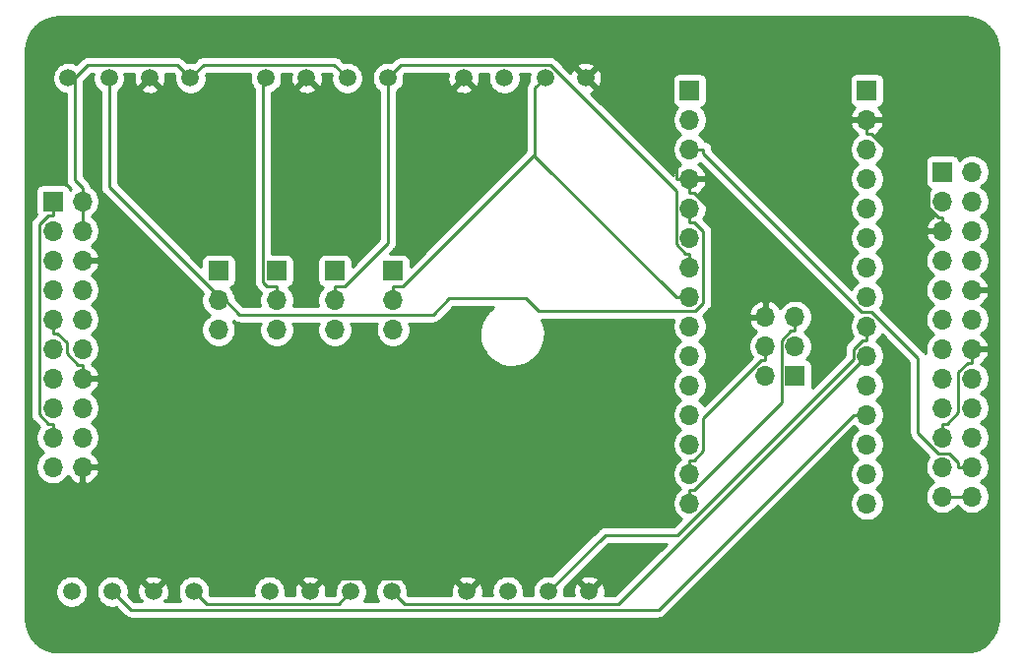
<source format=gbr>
%TF.GenerationSoftware,KiCad,Pcbnew,(5.1.10)-1*%
%TF.CreationDate,2022-02-02T21:42:12-05:00*%
%TF.ProjectId,RevA,52657641-2e6b-4696-9361-645f70636258,rev?*%
%TF.SameCoordinates,Original*%
%TF.FileFunction,Copper,L2,Bot*%
%TF.FilePolarity,Positive*%
%FSLAX46Y46*%
G04 Gerber Fmt 4.6, Leading zero omitted, Abs format (unit mm)*
G04 Created by KiCad (PCBNEW (5.1.10)-1) date 2022-02-02 21:42:12*
%MOMM*%
%LPD*%
G01*
G04 APERTURE LIST*
%TA.AperFunction,ComponentPad*%
%ADD10R,1.700000X1.700000*%
%TD*%
%TA.AperFunction,ComponentPad*%
%ADD11O,1.700000X1.700000*%
%TD*%
%TA.AperFunction,ComponentPad*%
%ADD12C,1.498600*%
%TD*%
%TA.AperFunction,Conductor*%
%ADD13C,0.250000*%
%TD*%
%TA.AperFunction,Conductor*%
%ADD14C,0.254000*%
%TD*%
%TA.AperFunction,Conductor*%
%ADD15C,0.100000*%
%TD*%
G04 APERTURE END LIST*
D10*
%TO.P,J1,1*%
%TO.N,/3.3V*%
X163000000Y-86570000D03*
D11*
%TO.P,J1,2*%
%TO.N,/5V*%
X165540000Y-86570000D03*
%TO.P,J1,3*%
%TO.N,/I2C_Data*%
X163000000Y-89110000D03*
%TO.P,J1,4*%
%TO.N,/5V*%
X165540000Y-89110000D03*
%TO.P,J1,5*%
%TO.N,/I2C_Clock*%
X163000000Y-91650000D03*
%TO.P,J1,6*%
%TO.N,/GND*%
X165540000Y-91650000D03*
%TO.P,J1,7*%
%TO.N,Net-(J1-Pad7)*%
X163000000Y-94190000D03*
%TO.P,J1,8*%
%TO.N,Net-(J1-Pad8)*%
X165540000Y-94190000D03*
%TO.P,J1,9*%
%TO.N,/GND*%
X163000000Y-96730000D03*
%TO.P,J1,10*%
%TO.N,Net-(J1-Pad10)*%
X165540000Y-96730000D03*
%TO.P,J1,11*%
%TO.N,Net-(J1-Pad11)*%
X163000000Y-99270000D03*
%TO.P,J1,12*%
%TO.N,Net-(J1-Pad12)*%
X165540000Y-99270000D03*
%TO.P,J1,13*%
%TO.N,Net-(J1-Pad13)*%
X163000000Y-101810000D03*
%TO.P,J1,14*%
%TO.N,/GND*%
X165540000Y-101810000D03*
%TO.P,J1,15*%
%TO.N,Net-(J1-Pad15)*%
X163000000Y-104350000D03*
%TO.P,J1,16*%
%TO.N,Net-(J1-Pad16)*%
X165540000Y-104350000D03*
%TO.P,J1,17*%
%TO.N,/3.3V*%
X163000000Y-106890000D03*
%TO.P,J1,18*%
%TO.N,Net-(J1-Pad18)*%
X165540000Y-106890000D03*
%TO.P,J1,19*%
%TO.N,Net-(J1-Pad19)*%
X163000000Y-109430000D03*
%TO.P,J1,20*%
%TO.N,/GND*%
X165540000Y-109430000D03*
%TD*%
D10*
%TO.P,J2,1*%
%TO.N,Net-(J2-Pad1)*%
X239500000Y-84030000D03*
D11*
%TO.P,J2,2*%
%TO.N,Net-(J2-Pad2)*%
X242040000Y-84030000D03*
%TO.P,J2,3*%
%TO.N,Net-(J2-Pad3)*%
X239500000Y-86570000D03*
%TO.P,J2,4*%
%TO.N,Net-(J2-Pad4)*%
X242040000Y-86570000D03*
%TO.P,J2,5*%
%TO.N,/GND*%
X239500000Y-89110000D03*
%TO.P,J2,6*%
%TO.N,Net-(J2-Pad6)*%
X242040000Y-89110000D03*
%TO.P,J2,7*%
%TO.N,Net-(J2-Pad7)*%
X239500000Y-91650000D03*
%TO.P,J2,8*%
%TO.N,Net-(J2-Pad8)*%
X242040000Y-91650000D03*
%TO.P,J2,9*%
%TO.N,Net-(J2-Pad9)*%
X239500000Y-94190000D03*
%TO.P,J2,10*%
%TO.N,/GND*%
X242040000Y-94190000D03*
%TO.P,J2,11*%
%TO.N,Net-(J2-Pad11)*%
X239500000Y-96730000D03*
%TO.P,J2,12*%
%TO.N,Net-(J2-Pad12)*%
X242040000Y-96730000D03*
%TO.P,J2,13*%
%TO.N,Net-(J2-Pad13)*%
X239500000Y-99270000D03*
%TO.P,J2,14*%
%TO.N,/GND*%
X242040000Y-99270000D03*
%TO.P,J2,15*%
%TO.N,Net-(J2-Pad15)*%
X239500000Y-101810000D03*
%TO.P,J2,16*%
%TO.N,Net-(J2-Pad16)*%
X242040000Y-101810000D03*
%TO.P,J2,17*%
%TO.N,Net-(J2-Pad17)*%
X239500000Y-104350000D03*
%TO.P,J2,18*%
%TO.N,Net-(J2-Pad18)*%
X242040000Y-104350000D03*
%TO.P,J2,19*%
%TO.N,/GND*%
X239500000Y-106890000D03*
%TO.P,J2,20*%
%TO.N,Net-(J2-Pad20)*%
X242040000Y-106890000D03*
%TO.P,J2,21*%
%TO.N,/Interconnect*%
X239500000Y-109430000D03*
%TO.P,J2,22*%
%TO.N,/Reset*%
X242040000Y-109430000D03*
%TO.P,J2,23*%
%TO.N,/VCC*%
X239500000Y-111970000D03*
%TO.P,J2,24*%
X242040000Y-111970000D03*
%TD*%
%TO.P,J4,3*%
%TO.N,Net-(J4-Pad3)*%
X177250000Y-97620000D03*
%TO.P,J4,2*%
%TO.N,/Digital_0*%
X177250000Y-95080000D03*
D10*
%TO.P,J4,1*%
%TO.N,Net-(J4-Pad1)*%
X177250000Y-92540000D03*
%TD*%
D11*
%TO.P,J6,3*%
%TO.N,Net-(J6-Pad3)*%
X182250000Y-97620000D03*
%TO.P,J6,2*%
%TO.N,/Digital_1*%
X182250000Y-95080000D03*
D10*
%TO.P,J6,1*%
%TO.N,Net-(J6-Pad1)*%
X182250000Y-92540000D03*
%TD*%
D11*
%TO.P,J8,3*%
%TO.N,Net-(J8-Pad3)*%
X187250000Y-97620000D03*
%TO.P,J8,2*%
%TO.N,/Digital_2*%
X187250000Y-95080000D03*
D10*
%TO.P,J8,1*%
%TO.N,Net-(J8-Pad1)*%
X187250000Y-92540000D03*
%TD*%
D11*
%TO.P,J10,3*%
%TO.N,Net-(J10-Pad3)*%
X192250000Y-97620000D03*
%TO.P,J10,2*%
%TO.N,/Digital_3*%
X192250000Y-95080000D03*
D10*
%TO.P,J10,1*%
%TO.N,Net-(J10-Pad1)*%
X192250000Y-92540000D03*
%TD*%
%TO.P,J11,1*%
%TO.N,Net-(J11-Pad1)*%
X217760000Y-77000000D03*
D11*
%TO.P,J11,2*%
%TO.N,Net-(J11-Pad2)*%
X217760000Y-79540000D03*
%TO.P,J11,3*%
%TO.N,/Reset*%
X217760000Y-82080000D03*
%TO.P,J11,4*%
%TO.N,/GND*%
X217760000Y-84620000D03*
%TO.P,J11,5*%
%TO.N,/Digital_0*%
X217760000Y-87160000D03*
%TO.P,J11,6*%
%TO.N,/Digital_1*%
X217760000Y-89700000D03*
%TO.P,J11,7*%
%TO.N,/Digital_2*%
X217760000Y-92240000D03*
%TO.P,J11,8*%
%TO.N,/Digital_3*%
X217760000Y-94780000D03*
%TO.P,J11,9*%
%TO.N,/Controller/D6*%
X217760000Y-97320000D03*
%TO.P,J11,10*%
%TO.N,/Controller/D7*%
X217760000Y-99860000D03*
%TO.P,J11,11*%
%TO.N,/Controller/D8*%
X217760000Y-102400000D03*
%TO.P,J11,12*%
%TO.N,/Controller/D9*%
X217760000Y-104940000D03*
%TO.P,J11,13*%
%TO.N,/Controller/D10*%
X217760000Y-107480000D03*
%TO.P,J11,14*%
%TO.N,/Controller/D11*%
X217760000Y-110020000D03*
%TO.P,J11,15*%
%TO.N,/Controller/D12*%
X217760000Y-112560000D03*
%TD*%
%TO.P,J12,15*%
%TO.N,/Controller/D13*%
X233000000Y-112560000D03*
%TO.P,J12,14*%
%TO.N,Net-(J12-Pad14)*%
X233000000Y-110020000D03*
%TO.P,J12,13*%
%TO.N,Net-(J12-Pad13)*%
X233000000Y-107480000D03*
%TO.P,J12,12*%
%TO.N,/Analog_0*%
X233000000Y-104940000D03*
%TO.P,J12,11*%
%TO.N,/Analog_1*%
X233000000Y-102400000D03*
%TO.P,J12,10*%
%TO.N,/Analog_2*%
X233000000Y-99860000D03*
%TO.P,J12,9*%
%TO.N,/Analog_3*%
X233000000Y-97320000D03*
%TO.P,J12,8*%
%TO.N,/I2C_Data*%
X233000000Y-94780000D03*
%TO.P,J12,7*%
%TO.N,/I2C_Clock*%
X233000000Y-92240000D03*
%TO.P,J12,6*%
%TO.N,/Controller/A6*%
X233000000Y-89700000D03*
%TO.P,J12,5*%
%TO.N,/Controller/A7*%
X233000000Y-87160000D03*
%TO.P,J12,4*%
%TO.N,Net-(J12-Pad4)*%
X233000000Y-84620000D03*
%TO.P,J12,3*%
%TO.N,Net-(J12-Pad3)*%
X233000000Y-82080000D03*
%TO.P,J12,2*%
%TO.N,/GND*%
X233000000Y-79540000D03*
D10*
%TO.P,J12,1*%
%TO.N,/5V*%
X233000000Y-77000000D03*
%TD*%
%TO.P,J13,1*%
%TO.N,/5V*%
X226822000Y-101600000D03*
D11*
%TO.P,J13,2*%
%TO.N,/Controller/A7*%
X224282000Y-101600000D03*
%TO.P,J13,3*%
%TO.N,/Controller/A6*%
X226822000Y-99060000D03*
%TO.P,J13,4*%
%TO.N,/Controller/D11*%
X224282000Y-99060000D03*
%TO.P,J13,5*%
%TO.N,/Controller/D12*%
X226822000Y-96520000D03*
%TO.P,J13,6*%
%TO.N,/GND*%
X224282000Y-96520000D03*
%TD*%
D12*
%TO.P,J3,4*%
%TO.N,/Digital_1*%
X181323998Y-75946000D03*
%TO.P,J3,3*%
%TO.N,/GND*%
X184823999Y-75946000D03*
%TO.P,J3,2*%
%TO.N,/5V*%
X188323999Y-75946000D03*
%TO.P,J3,1*%
%TO.N,/Digital_2*%
X191824000Y-75946000D03*
%TD*%
%TO.P,J5,1*%
%TO.N,/5V*%
X174824000Y-75946000D03*
%TO.P,J5,2*%
%TO.N,/GND*%
X171323999Y-75946000D03*
%TO.P,J5,3*%
%TO.N,/Digital_0*%
X167823999Y-75946000D03*
%TO.P,J5,4*%
%TO.N,/5V*%
X164323998Y-75946000D03*
%TD*%
%TO.P,J7,4*%
%TO.N,/GND*%
X198323998Y-75946000D03*
%TO.P,J7,3*%
%TO.N,/5V*%
X201823999Y-75946000D03*
%TO.P,J7,2*%
%TO.N,/Digital_3*%
X205323999Y-75946000D03*
%TO.P,J7,1*%
%TO.N,/GND*%
X208824000Y-75946000D03*
%TD*%
%TO.P,J9,1*%
%TO.N,/5V*%
X164628000Y-120142000D03*
%TO.P,J9,2*%
%TO.N,/Analog_0*%
X168128001Y-120142000D03*
%TO.P,J9,3*%
%TO.N,/GND*%
X171628001Y-120142000D03*
%TO.P,J9,4*%
%TO.N,/5V*%
X175128002Y-120142000D03*
%TD*%
%TO.P,J14,1*%
%TO.N,/GND*%
X198628000Y-120142000D03*
%TO.P,J14,2*%
%TO.N,/5V*%
X202128001Y-120142000D03*
%TO.P,J14,3*%
%TO.N,/Analog_3*%
X205628001Y-120142000D03*
%TO.P,J14,4*%
%TO.N,/GND*%
X209128002Y-120142000D03*
%TD*%
%TO.P,J16,1*%
%TO.N,/Analog_1*%
X181628000Y-120142000D03*
%TO.P,J16,2*%
%TO.N,/GND*%
X185128001Y-120142000D03*
%TO.P,J16,3*%
%TO.N,/5V*%
X188628001Y-120142000D03*
%TO.P,J16,4*%
%TO.N,/Analog_2*%
X192128002Y-120142000D03*
%TD*%
D13*
%TO.N,/VCC*%
X242040000Y-111970000D02*
X239500000Y-111970000D01*
%TO.N,/GND*%
X185128000Y-120142000D02*
X186205600Y-119064400D01*
X186205600Y-119064400D02*
X197550400Y-119064400D01*
X197550400Y-119064400D02*
X198628000Y-120142000D01*
X163000000Y-96730000D02*
X163000000Y-97905300D01*
X165540000Y-101810000D02*
X165540000Y-100634700D01*
X165540000Y-100634700D02*
X165172600Y-100634700D01*
X165172600Y-100634700D02*
X164175300Y-99637400D01*
X164175300Y-99637400D02*
X164175300Y-98713200D01*
X164175300Y-98713200D02*
X163367400Y-97905300D01*
X163367400Y-97905300D02*
X163000000Y-97905300D01*
X242040000Y-99270000D02*
X242040000Y-100445300D01*
X239500000Y-106890000D02*
X239500000Y-105714700D01*
X239500000Y-105714700D02*
X239867400Y-105714700D01*
X239867400Y-105714700D02*
X240864700Y-104717400D01*
X240864700Y-104717400D02*
X240864700Y-101253200D01*
X240864700Y-101253200D02*
X241672600Y-100445300D01*
X241672600Y-100445300D02*
X242040000Y-100445300D01*
X239500000Y-89110000D02*
X239500000Y-87934700D01*
X233000000Y-79540000D02*
X233000000Y-80715300D01*
X233000000Y-80715300D02*
X233367400Y-80715300D01*
X233367400Y-80715300D02*
X238324700Y-85672600D01*
X238324700Y-85672600D02*
X238324700Y-87126800D01*
X238324700Y-87126800D02*
X239132600Y-87934700D01*
X239132600Y-87934700D02*
X239500000Y-87934700D01*
X217760000Y-84620000D02*
X217760000Y-85795300D01*
X224282000Y-96520000D02*
X224282000Y-91950000D01*
X224282000Y-91950000D02*
X218127300Y-85795300D01*
X218127300Y-85795300D02*
X217760000Y-85795300D01*
X217760000Y-84620000D02*
X216584700Y-84620000D01*
X208824000Y-75946000D02*
X216584700Y-83706700D01*
X216584700Y-83706700D02*
X216584700Y-84620000D01*
%TO.N,/5V*%
X164877000Y-75946000D02*
X164877000Y-84731700D01*
X164877000Y-84731700D02*
X165540000Y-85394700D01*
X174824000Y-75946000D02*
X173718100Y-74840100D01*
X173718100Y-74840100D02*
X165982900Y-74840100D01*
X165982900Y-74840100D02*
X164877000Y-75946000D01*
X164877000Y-75946000D02*
X164324000Y-75946000D01*
X165540000Y-86570000D02*
X165540000Y-85394700D01*
X188324000Y-75946000D02*
X187196500Y-74818500D01*
X187196500Y-74818500D02*
X175951500Y-74818500D01*
X175951500Y-74818500D02*
X174824000Y-75946000D01*
X165540000Y-89110000D02*
X165540000Y-86570000D01*
X188628000Y-120142000D02*
X187552500Y-121217500D01*
X187552500Y-121217500D02*
X176203500Y-121217500D01*
X176203500Y-121217500D02*
X175128000Y-120142000D01*
%TO.N,/3.3V*%
X163000000Y-86570000D02*
X163000000Y-87745300D01*
X163000000Y-106890000D02*
X163000000Y-105714700D01*
X163000000Y-105714700D02*
X162632700Y-105714700D01*
X162632700Y-105714700D02*
X161824700Y-104906700D01*
X161824700Y-104906700D02*
X161824700Y-88553200D01*
X161824700Y-88553200D02*
X162632600Y-87745300D01*
X162632600Y-87745300D02*
X163000000Y-87745300D01*
%TO.N,/Reset*%
X242040000Y-109430000D02*
X240864700Y-109430000D01*
X217760000Y-82080000D02*
X218935300Y-82080000D01*
X218935300Y-82080000D02*
X218935300Y-82447300D01*
X218935300Y-82447300D02*
X232538000Y-96050000D01*
X232538000Y-96050000D02*
X233411200Y-96050000D01*
X233411200Y-96050000D02*
X237407100Y-100045900D01*
X237407100Y-100045900D02*
X237407100Y-106505600D01*
X237407100Y-106505600D02*
X239156200Y-108254700D01*
X239156200Y-108254700D02*
X240056800Y-108254700D01*
X240056800Y-108254700D02*
X240864700Y-109062600D01*
X240864700Y-109062600D02*
X240864700Y-109430000D01*
%TO.N,/Digital_0*%
X167824000Y-75946000D02*
X167824000Y-85341100D01*
X167824000Y-85341100D02*
X176975200Y-94492300D01*
X176975200Y-94492300D02*
X177250000Y-94492300D01*
X217760000Y-87160000D02*
X217760000Y-88335300D01*
X177250000Y-94492300D02*
X179058600Y-96300900D01*
X179058600Y-96300900D02*
X195718400Y-96300900D01*
X195718400Y-96300900D02*
X197102400Y-94916900D01*
X197102400Y-94916900D02*
X203697200Y-94916900D01*
X203697200Y-94916900D02*
X204744000Y-95963700D01*
X204744000Y-95963700D02*
X218274900Y-95963700D01*
X218274900Y-95963700D02*
X218935300Y-95303300D01*
X218935300Y-95303300D02*
X218935300Y-89143200D01*
X218935300Y-89143200D02*
X218127400Y-88335300D01*
X218127400Y-88335300D02*
X217760000Y-88335300D01*
X177250000Y-95080000D02*
X177250000Y-94492300D01*
%TO.N,/Digital_1*%
X182250000Y-95080000D02*
X182250000Y-93904700D01*
X181324000Y-75946000D02*
X181074700Y-76195300D01*
X181074700Y-76195300D02*
X181074700Y-93537500D01*
X181074700Y-93537500D02*
X181441900Y-93904700D01*
X181441900Y-93904700D02*
X182250000Y-93904700D01*
%TO.N,/Digital_2*%
X187250000Y-95080000D02*
X187250000Y-93904700D01*
X191824000Y-75946000D02*
X191824000Y-90138700D01*
X191824000Y-90138700D02*
X188058000Y-93904700D01*
X188058000Y-93904700D02*
X187250000Y-93904700D01*
X217760000Y-91064700D02*
X217392600Y-91064700D01*
X217392600Y-91064700D02*
X216584700Y-90256800D01*
X216584700Y-90256800D02*
X216584700Y-85634300D01*
X216584700Y-85634300D02*
X205796400Y-74846000D01*
X205796400Y-74846000D02*
X192924000Y-74846000D01*
X192924000Y-74846000D02*
X191824000Y-75946000D01*
X217760000Y-92240000D02*
X217760000Y-91064700D01*
%TO.N,/Digital_3*%
X204383800Y-82579000D02*
X193058100Y-93904700D01*
X193058100Y-93904700D02*
X192250000Y-93904700D01*
X205324000Y-75946000D02*
X204455500Y-76814500D01*
X204455500Y-76814500D02*
X204455500Y-82507300D01*
X204455500Y-82507300D02*
X204383800Y-82579000D01*
X216584700Y-94780000D02*
X204383800Y-82579000D01*
X217760000Y-94780000D02*
X216584700Y-94780000D01*
X192250000Y-95080000D02*
X192250000Y-93904700D01*
%TO.N,/Controller/D11*%
X217760000Y-110020000D02*
X217760000Y-108844700D01*
X224282000Y-99060000D02*
X224282000Y-100235300D01*
X224282000Y-100235300D02*
X223914600Y-100235300D01*
X223914600Y-100235300D02*
X218935300Y-105214600D01*
X218935300Y-105214600D02*
X218935300Y-108036800D01*
X218935300Y-108036800D02*
X218127400Y-108844700D01*
X218127400Y-108844700D02*
X217760000Y-108844700D01*
%TO.N,/Controller/D12*%
X226822000Y-96520000D02*
X226822000Y-97695300D01*
X217760000Y-112560000D02*
X217760000Y-111384700D01*
X217760000Y-111384700D02*
X218127300Y-111384700D01*
X218127300Y-111384700D02*
X225646700Y-103865300D01*
X225646700Y-103865300D02*
X225646700Y-98503200D01*
X225646700Y-98503200D02*
X226454600Y-97695300D01*
X226454600Y-97695300D02*
X226822000Y-97695300D01*
%TO.N,/Analog_0*%
X233000000Y-104940000D02*
X231824700Y-104940000D01*
X168128000Y-120142000D02*
X169685500Y-121699500D01*
X169685500Y-121699500D02*
X215065200Y-121699500D01*
X215065200Y-121699500D02*
X231824700Y-104940000D01*
%TO.N,/Analog_2*%
X192128000Y-120142000D02*
X193227400Y-121241400D01*
X193227400Y-121241400D02*
X211618600Y-121241400D01*
X211618600Y-121241400D02*
X233000000Y-99860000D01*
%TO.N,/Analog_3*%
X233000000Y-97320000D02*
X233000000Y-98495300D01*
X205628000Y-120142000D02*
X210503800Y-115266200D01*
X210503800Y-115266200D02*
X216716500Y-115266200D01*
X216716500Y-115266200D02*
X231824700Y-100158000D01*
X231824700Y-100158000D02*
X231824700Y-99303200D01*
X231824700Y-99303200D02*
X232632600Y-98495300D01*
X232632600Y-98495300D02*
X233000000Y-98495300D01*
%TD*%
D14*
%TO.N,/GND*%
X242046131Y-70741834D02*
X242571462Y-70900441D01*
X243055980Y-71158064D01*
X243481231Y-71504889D01*
X243831020Y-71927711D01*
X244092016Y-72410414D01*
X244254287Y-72934628D01*
X244315000Y-73512271D01*
X244315001Y-122466486D01*
X244258166Y-123046131D01*
X244099559Y-123571462D01*
X243841937Y-124055978D01*
X243495111Y-124481231D01*
X243072292Y-124831017D01*
X242589588Y-125092015D01*
X242065371Y-125254287D01*
X241487729Y-125315000D01*
X163533504Y-125315000D01*
X162953869Y-125258166D01*
X162428538Y-125099559D01*
X161944022Y-124841937D01*
X161518769Y-124495111D01*
X161168983Y-124072292D01*
X160907985Y-123589588D01*
X160745713Y-123065371D01*
X160685000Y-122487729D01*
X160685000Y-120005658D01*
X163243700Y-120005658D01*
X163243700Y-120278342D01*
X163296898Y-120545785D01*
X163401249Y-120797712D01*
X163552744Y-121024440D01*
X163745560Y-121217256D01*
X163972288Y-121368751D01*
X164224215Y-121473102D01*
X164491658Y-121526300D01*
X164764342Y-121526300D01*
X165031785Y-121473102D01*
X165283712Y-121368751D01*
X165510440Y-121217256D01*
X165703256Y-121024440D01*
X165854751Y-120797712D01*
X165959102Y-120545785D01*
X166012300Y-120278342D01*
X166012300Y-120005658D01*
X165959102Y-119738215D01*
X165854751Y-119486288D01*
X165703256Y-119259560D01*
X165510440Y-119066744D01*
X165283712Y-118915249D01*
X165031785Y-118810898D01*
X164764342Y-118757700D01*
X164491658Y-118757700D01*
X164224215Y-118810898D01*
X163972288Y-118915249D01*
X163745560Y-119066744D01*
X163552744Y-119259560D01*
X163401249Y-119486288D01*
X163296898Y-119738215D01*
X163243700Y-120005658D01*
X160685000Y-120005658D01*
X160685000Y-88553200D01*
X161061024Y-88553200D01*
X161064701Y-88590533D01*
X161064700Y-104869378D01*
X161061024Y-104906700D01*
X161064700Y-104944022D01*
X161064700Y-104944032D01*
X161075697Y-105055685D01*
X161111799Y-105174699D01*
X161119154Y-105198946D01*
X161189726Y-105330976D01*
X161216488Y-105363585D01*
X161284699Y-105446701D01*
X161313702Y-105470503D01*
X161822509Y-105979311D01*
X161684010Y-106186589D01*
X161572068Y-106456842D01*
X161515000Y-106743740D01*
X161515000Y-107036260D01*
X161572068Y-107323158D01*
X161684010Y-107593411D01*
X161846525Y-107836632D01*
X162053368Y-108043475D01*
X162227760Y-108160000D01*
X162053368Y-108276525D01*
X161846525Y-108483368D01*
X161684010Y-108726589D01*
X161572068Y-108996842D01*
X161515000Y-109283740D01*
X161515000Y-109576260D01*
X161572068Y-109863158D01*
X161684010Y-110133411D01*
X161846525Y-110376632D01*
X162053368Y-110583475D01*
X162296589Y-110745990D01*
X162566842Y-110857932D01*
X162853740Y-110915000D01*
X163146260Y-110915000D01*
X163433158Y-110857932D01*
X163703411Y-110745990D01*
X163946632Y-110583475D01*
X164153475Y-110376632D01*
X164271100Y-110200594D01*
X164442412Y-110430269D01*
X164658645Y-110625178D01*
X164908748Y-110774157D01*
X165183109Y-110871481D01*
X165413000Y-110750814D01*
X165413000Y-109557000D01*
X165667000Y-109557000D01*
X165667000Y-110750814D01*
X165896891Y-110871481D01*
X166171252Y-110774157D01*
X166421355Y-110625178D01*
X166637588Y-110430269D01*
X166811641Y-110196920D01*
X166936825Y-109934099D01*
X166981476Y-109786890D01*
X166860155Y-109557000D01*
X165667000Y-109557000D01*
X165413000Y-109557000D01*
X165393000Y-109557000D01*
X165393000Y-109303000D01*
X165413000Y-109303000D01*
X165413000Y-109283000D01*
X165667000Y-109283000D01*
X165667000Y-109303000D01*
X166860155Y-109303000D01*
X166981476Y-109073110D01*
X166936825Y-108925901D01*
X166811641Y-108663080D01*
X166637588Y-108429731D01*
X166421355Y-108234822D01*
X166304466Y-108165195D01*
X166486632Y-108043475D01*
X166693475Y-107836632D01*
X166855990Y-107593411D01*
X166967932Y-107323158D01*
X167025000Y-107036260D01*
X167025000Y-106743740D01*
X166967932Y-106456842D01*
X166855990Y-106186589D01*
X166693475Y-105943368D01*
X166486632Y-105736525D01*
X166312240Y-105620000D01*
X166486632Y-105503475D01*
X166693475Y-105296632D01*
X166855990Y-105053411D01*
X166967932Y-104783158D01*
X167025000Y-104496260D01*
X167025000Y-104203740D01*
X166967932Y-103916842D01*
X166855990Y-103646589D01*
X166693475Y-103403368D01*
X166486632Y-103196525D01*
X166304466Y-103074805D01*
X166421355Y-103005178D01*
X166637588Y-102810269D01*
X166811641Y-102576920D01*
X166936825Y-102314099D01*
X166981476Y-102166890D01*
X166860155Y-101937000D01*
X165667000Y-101937000D01*
X165667000Y-101957000D01*
X165413000Y-101957000D01*
X165413000Y-101937000D01*
X165393000Y-101937000D01*
X165393000Y-101683000D01*
X165413000Y-101683000D01*
X165413000Y-101663000D01*
X165667000Y-101663000D01*
X165667000Y-101683000D01*
X166860155Y-101683000D01*
X166981476Y-101453110D01*
X166936825Y-101305901D01*
X166811641Y-101043080D01*
X166637588Y-100809731D01*
X166421355Y-100614822D01*
X166304466Y-100545195D01*
X166486632Y-100423475D01*
X166693475Y-100216632D01*
X166855990Y-99973411D01*
X166967932Y-99703158D01*
X167025000Y-99416260D01*
X167025000Y-99123740D01*
X166967932Y-98836842D01*
X166855990Y-98566589D01*
X166693475Y-98323368D01*
X166486632Y-98116525D01*
X166312240Y-98000000D01*
X166486632Y-97883475D01*
X166693475Y-97676632D01*
X166855990Y-97433411D01*
X166967932Y-97163158D01*
X167025000Y-96876260D01*
X167025000Y-96583740D01*
X166967932Y-96296842D01*
X166855990Y-96026589D01*
X166693475Y-95783368D01*
X166486632Y-95576525D01*
X166312240Y-95460000D01*
X166486632Y-95343475D01*
X166693475Y-95136632D01*
X166855990Y-94893411D01*
X166967932Y-94623158D01*
X167025000Y-94336260D01*
X167025000Y-94043740D01*
X166967932Y-93756842D01*
X166855990Y-93486589D01*
X166693475Y-93243368D01*
X166486632Y-93036525D01*
X166304466Y-92914805D01*
X166421355Y-92845178D01*
X166637588Y-92650269D01*
X166811641Y-92416920D01*
X166936825Y-92154099D01*
X166981476Y-92006890D01*
X166860155Y-91777000D01*
X165667000Y-91777000D01*
X165667000Y-91797000D01*
X165413000Y-91797000D01*
X165413000Y-91777000D01*
X165393000Y-91777000D01*
X165393000Y-91523000D01*
X165413000Y-91523000D01*
X165413000Y-91503000D01*
X165667000Y-91503000D01*
X165667000Y-91523000D01*
X166860155Y-91523000D01*
X166981476Y-91293110D01*
X166936825Y-91145901D01*
X166811641Y-90883080D01*
X166637588Y-90649731D01*
X166421355Y-90454822D01*
X166304466Y-90385195D01*
X166486632Y-90263475D01*
X166693475Y-90056632D01*
X166855990Y-89813411D01*
X166967932Y-89543158D01*
X167025000Y-89256260D01*
X167025000Y-88963740D01*
X166967932Y-88676842D01*
X166855990Y-88406589D01*
X166693475Y-88163368D01*
X166486632Y-87956525D01*
X166312240Y-87840000D01*
X166486632Y-87723475D01*
X166693475Y-87516632D01*
X166855990Y-87273411D01*
X166967932Y-87003158D01*
X167025000Y-86716260D01*
X167025000Y-86423740D01*
X166967932Y-86136842D01*
X166855990Y-85866589D01*
X166693475Y-85623368D01*
X166486632Y-85416525D01*
X166293089Y-85287204D01*
X166289003Y-85245714D01*
X166245546Y-85102453D01*
X166174974Y-84970424D01*
X166103799Y-84883697D01*
X166080001Y-84854699D01*
X166051002Y-84830900D01*
X165637000Y-84416899D01*
X165637000Y-76393483D01*
X165655100Y-76349785D01*
X165681689Y-76216112D01*
X166297702Y-75600100D01*
X166481383Y-75600100D01*
X166439699Y-75809658D01*
X166439699Y-76082342D01*
X166492897Y-76349785D01*
X166597248Y-76601712D01*
X166748743Y-76828440D01*
X166941559Y-77021256D01*
X167064000Y-77103069D01*
X167064001Y-85303768D01*
X167060324Y-85341100D01*
X167064001Y-85378433D01*
X167074998Y-85490086D01*
X167083487Y-85518072D01*
X167118454Y-85633346D01*
X167189026Y-85765376D01*
X167253560Y-85844010D01*
X167284000Y-85881101D01*
X167312998Y-85904899D01*
X175890274Y-94482176D01*
X175822068Y-94646842D01*
X175765000Y-94933740D01*
X175765000Y-95226260D01*
X175822068Y-95513158D01*
X175934010Y-95783411D01*
X176096525Y-96026632D01*
X176303368Y-96233475D01*
X176477760Y-96350000D01*
X176303368Y-96466525D01*
X176096525Y-96673368D01*
X175934010Y-96916589D01*
X175822068Y-97186842D01*
X175765000Y-97473740D01*
X175765000Y-97766260D01*
X175822068Y-98053158D01*
X175934010Y-98323411D01*
X176096525Y-98566632D01*
X176303368Y-98773475D01*
X176546589Y-98935990D01*
X176816842Y-99047932D01*
X177103740Y-99105000D01*
X177396260Y-99105000D01*
X177683158Y-99047932D01*
X177953411Y-98935990D01*
X178196632Y-98773475D01*
X178403475Y-98566632D01*
X178565990Y-98323411D01*
X178677932Y-98053158D01*
X178735000Y-97766260D01*
X178735000Y-97473740D01*
X178677932Y-97186842D01*
X178565990Y-96916589D01*
X178501475Y-96820035D01*
X178518599Y-96840901D01*
X178634324Y-96935874D01*
X178766353Y-97006446D01*
X178909614Y-97049903D01*
X179021267Y-97060900D01*
X179021275Y-97060900D01*
X179058600Y-97064576D01*
X179095925Y-97060900D01*
X180874235Y-97060900D01*
X180822068Y-97186842D01*
X180765000Y-97473740D01*
X180765000Y-97766260D01*
X180822068Y-98053158D01*
X180934010Y-98323411D01*
X181096525Y-98566632D01*
X181303368Y-98773475D01*
X181546589Y-98935990D01*
X181816842Y-99047932D01*
X182103740Y-99105000D01*
X182396260Y-99105000D01*
X182683158Y-99047932D01*
X182953411Y-98935990D01*
X183196632Y-98773475D01*
X183403475Y-98566632D01*
X183565990Y-98323411D01*
X183677932Y-98053158D01*
X183735000Y-97766260D01*
X183735000Y-97473740D01*
X183677932Y-97186842D01*
X183625765Y-97060900D01*
X185874235Y-97060900D01*
X185822068Y-97186842D01*
X185765000Y-97473740D01*
X185765000Y-97766260D01*
X185822068Y-98053158D01*
X185934010Y-98323411D01*
X186096525Y-98566632D01*
X186303368Y-98773475D01*
X186546589Y-98935990D01*
X186816842Y-99047932D01*
X187103740Y-99105000D01*
X187396260Y-99105000D01*
X187683158Y-99047932D01*
X187953411Y-98935990D01*
X188196632Y-98773475D01*
X188403475Y-98566632D01*
X188565990Y-98323411D01*
X188677932Y-98053158D01*
X188735000Y-97766260D01*
X188735000Y-97473740D01*
X188677932Y-97186842D01*
X188625765Y-97060900D01*
X190874235Y-97060900D01*
X190822068Y-97186842D01*
X190765000Y-97473740D01*
X190765000Y-97766260D01*
X190822068Y-98053158D01*
X190934010Y-98323411D01*
X191096525Y-98566632D01*
X191303368Y-98773475D01*
X191546589Y-98935990D01*
X191816842Y-99047932D01*
X192103740Y-99105000D01*
X192396260Y-99105000D01*
X192683158Y-99047932D01*
X192953411Y-98935990D01*
X193196632Y-98773475D01*
X193403475Y-98566632D01*
X193565990Y-98323411D01*
X193677932Y-98053158D01*
X193735000Y-97766260D01*
X193735000Y-97473740D01*
X193677932Y-97186842D01*
X193625765Y-97060900D01*
X195681078Y-97060900D01*
X195718400Y-97064576D01*
X195755722Y-97060900D01*
X195755733Y-97060900D01*
X195867386Y-97049903D01*
X196010647Y-97006446D01*
X196142676Y-96935874D01*
X196258401Y-96840901D01*
X196282204Y-96811897D01*
X197417202Y-95676900D01*
X200898979Y-95676900D01*
X200876008Y-95690300D01*
X200867170Y-95695958D01*
X200767170Y-95765958D01*
X200754571Y-95776028D01*
X200649010Y-95871992D01*
X200573800Y-95928400D01*
X200560197Y-95940197D01*
X200440197Y-96060197D01*
X200430830Y-96070664D01*
X200353140Y-96167777D01*
X200265602Y-96265041D01*
X200261707Y-96269579D01*
X200171707Y-96379579D01*
X200158982Y-96398323D01*
X200108982Y-96488323D01*
X200106408Y-96493204D01*
X200018593Y-96668834D01*
X199931098Y-96814659D01*
X199919517Y-96839839D01*
X199879939Y-96958573D01*
X199780399Y-97237285D01*
X199775724Y-97253837D01*
X199695724Y-97633837D01*
X199693106Y-97654821D01*
X199673106Y-98144821D01*
X199674207Y-98167471D01*
X199724207Y-98527471D01*
X199726792Y-98540802D01*
X199806792Y-98860802D01*
X199812339Y-98877800D01*
X199942339Y-99197800D01*
X199949550Y-99212688D01*
X200159550Y-99582688D01*
X200168820Y-99596757D01*
X200388820Y-99886757D01*
X200404304Y-99903730D01*
X200754304Y-100223730D01*
X200771324Y-100236830D01*
X201191324Y-100506830D01*
X201211914Y-100517544D01*
X201651914Y-100697544D01*
X201671854Y-100703842D01*
X202111854Y-100803842D01*
X202137178Y-100806969D01*
X202587178Y-100816969D01*
X202602332Y-100816400D01*
X203012332Y-100776400D01*
X203032177Y-100772856D01*
X203452177Y-100662856D01*
X203473220Y-100655311D01*
X203863220Y-100475311D01*
X203878183Y-100467145D01*
X204208183Y-100257145D01*
X204225283Y-100244105D01*
X204545283Y-99954105D01*
X204558293Y-99940421D01*
X204828293Y-99610421D01*
X204839700Y-99593992D01*
X205049700Y-99233992D01*
X205058465Y-99215771D01*
X205228465Y-98775771D01*
X205234757Y-98753763D01*
X205314757Y-98333763D01*
X205316971Y-98312702D01*
X205326971Y-97842702D01*
X205325523Y-97820689D01*
X205265523Y-97430689D01*
X205263425Y-97420079D01*
X205183425Y-97090079D01*
X205176352Y-97069096D01*
X205036352Y-96749096D01*
X205030864Y-96738047D01*
X205022847Y-96723700D01*
X216399643Y-96723700D01*
X216332068Y-96886842D01*
X216275000Y-97173740D01*
X216275000Y-97466260D01*
X216332068Y-97753158D01*
X216444010Y-98023411D01*
X216606525Y-98266632D01*
X216813368Y-98473475D01*
X216987760Y-98590000D01*
X216813368Y-98706525D01*
X216606525Y-98913368D01*
X216444010Y-99156589D01*
X216332068Y-99426842D01*
X216275000Y-99713740D01*
X216275000Y-100006260D01*
X216332068Y-100293158D01*
X216444010Y-100563411D01*
X216606525Y-100806632D01*
X216813368Y-101013475D01*
X216987760Y-101130000D01*
X216813368Y-101246525D01*
X216606525Y-101453368D01*
X216444010Y-101696589D01*
X216332068Y-101966842D01*
X216275000Y-102253740D01*
X216275000Y-102546260D01*
X216332068Y-102833158D01*
X216444010Y-103103411D01*
X216606525Y-103346632D01*
X216813368Y-103553475D01*
X216987760Y-103670000D01*
X216813368Y-103786525D01*
X216606525Y-103993368D01*
X216444010Y-104236589D01*
X216332068Y-104506842D01*
X216275000Y-104793740D01*
X216275000Y-105086260D01*
X216332068Y-105373158D01*
X216444010Y-105643411D01*
X216606525Y-105886632D01*
X216813368Y-106093475D01*
X216987760Y-106210000D01*
X216813368Y-106326525D01*
X216606525Y-106533368D01*
X216444010Y-106776589D01*
X216332068Y-107046842D01*
X216275000Y-107333740D01*
X216275000Y-107626260D01*
X216332068Y-107913158D01*
X216444010Y-108183411D01*
X216606525Y-108426632D01*
X216813368Y-108633475D01*
X216987760Y-108750000D01*
X216813368Y-108866525D01*
X216606525Y-109073368D01*
X216444010Y-109316589D01*
X216332068Y-109586842D01*
X216275000Y-109873740D01*
X216275000Y-110166260D01*
X216332068Y-110453158D01*
X216444010Y-110723411D01*
X216606525Y-110966632D01*
X216813368Y-111173475D01*
X216987760Y-111290000D01*
X216813368Y-111406525D01*
X216606525Y-111613368D01*
X216444010Y-111856589D01*
X216332068Y-112126842D01*
X216275000Y-112413740D01*
X216275000Y-112706260D01*
X216332068Y-112993158D01*
X216444010Y-113263411D01*
X216606525Y-113506632D01*
X216813368Y-113713475D01*
X217041794Y-113866105D01*
X216401699Y-114506200D01*
X210541122Y-114506200D01*
X210503799Y-114502524D01*
X210466476Y-114506200D01*
X210466467Y-114506200D01*
X210354814Y-114517197D01*
X210211553Y-114560654D01*
X210079524Y-114631226D01*
X210079522Y-114631227D01*
X210079523Y-114631227D01*
X209992796Y-114702401D01*
X209992792Y-114702405D01*
X209963799Y-114726199D01*
X209940005Y-114755192D01*
X205908770Y-118786428D01*
X205764343Y-118757700D01*
X205491659Y-118757700D01*
X205224216Y-118810898D01*
X204972289Y-118915249D01*
X204745561Y-119066744D01*
X204552745Y-119259560D01*
X204401250Y-119486288D01*
X204296899Y-119738215D01*
X204243701Y-120005658D01*
X204243701Y-120278342D01*
X204284092Y-120481400D01*
X203471910Y-120481400D01*
X203512301Y-120278342D01*
X203512301Y-120005658D01*
X203459103Y-119738215D01*
X203354752Y-119486288D01*
X203203257Y-119259560D01*
X203010441Y-119066744D01*
X202783713Y-118915249D01*
X202531786Y-118810898D01*
X202264343Y-118757700D01*
X201991659Y-118757700D01*
X201724216Y-118810898D01*
X201472289Y-118915249D01*
X201245561Y-119066744D01*
X201052745Y-119259560D01*
X200901250Y-119486288D01*
X200796899Y-119738215D01*
X200743701Y-120005658D01*
X200743701Y-120278342D01*
X200784092Y-120481400D01*
X199970070Y-120481400D01*
X200004564Y-120341874D01*
X200017107Y-120069479D01*
X199976268Y-119799871D01*
X199883615Y-119543411D01*
X199823290Y-119430552D01*
X199584493Y-119365112D01*
X198807605Y-120142000D01*
X198821748Y-120156143D01*
X198642143Y-120335748D01*
X198628000Y-120321605D01*
X198613858Y-120335748D01*
X198434253Y-120156143D01*
X198448395Y-120142000D01*
X197671507Y-119365112D01*
X197432710Y-119430552D01*
X197316880Y-119677412D01*
X197251436Y-119942126D01*
X197238893Y-120214521D01*
X197279319Y-120481400D01*
X193542203Y-120481400D01*
X193483573Y-120422771D01*
X193512302Y-120278342D01*
X193512302Y-120005658D01*
X193459104Y-119738215D01*
X193354753Y-119486288D01*
X193203258Y-119259560D01*
X193129205Y-119185507D01*
X197851112Y-119185507D01*
X198628000Y-119962395D01*
X199404888Y-119185507D01*
X199339448Y-118946710D01*
X199092588Y-118830880D01*
X198827874Y-118765436D01*
X198555479Y-118752893D01*
X198285871Y-118793732D01*
X198029411Y-118886385D01*
X197916552Y-118946710D01*
X197851112Y-119185507D01*
X193129205Y-119185507D01*
X193010442Y-119066744D01*
X192783714Y-118915249D01*
X192531787Y-118810898D01*
X192264344Y-118757700D01*
X191991660Y-118757700D01*
X191724217Y-118810898D01*
X191472290Y-118915249D01*
X191245562Y-119066744D01*
X191052746Y-119259560D01*
X190901251Y-119486288D01*
X190796900Y-119738215D01*
X190743702Y-120005658D01*
X190743702Y-120278342D01*
X190796900Y-120545785D01*
X190901251Y-120797712D01*
X190995991Y-120939500D01*
X189760012Y-120939500D01*
X189854752Y-120797712D01*
X189959103Y-120545785D01*
X190012301Y-120278342D01*
X190012301Y-120005658D01*
X189959103Y-119738215D01*
X189854752Y-119486288D01*
X189703257Y-119259560D01*
X189510441Y-119066744D01*
X189283713Y-118915249D01*
X189031786Y-118810898D01*
X188764343Y-118757700D01*
X188491659Y-118757700D01*
X188224216Y-118810898D01*
X187972289Y-118915249D01*
X187745561Y-119066744D01*
X187552745Y-119259560D01*
X187401250Y-119486288D01*
X187296899Y-119738215D01*
X187243701Y-120005658D01*
X187243701Y-120278342D01*
X187272430Y-120422769D01*
X187237699Y-120457500D01*
X186475979Y-120457500D01*
X186504565Y-120341874D01*
X186517108Y-120069479D01*
X186476269Y-119799871D01*
X186383616Y-119543411D01*
X186323291Y-119430552D01*
X186084494Y-119365112D01*
X185307606Y-120142000D01*
X185321749Y-120156143D01*
X185142144Y-120335748D01*
X185128001Y-120321605D01*
X185113859Y-120335748D01*
X184934254Y-120156143D01*
X184948396Y-120142000D01*
X184171508Y-119365112D01*
X183932711Y-119430552D01*
X183816881Y-119677412D01*
X183751437Y-119942126D01*
X183738894Y-120214521D01*
X183775699Y-120457500D01*
X182976663Y-120457500D01*
X183012300Y-120278342D01*
X183012300Y-120005658D01*
X182959102Y-119738215D01*
X182854751Y-119486288D01*
X182703256Y-119259560D01*
X182629203Y-119185507D01*
X184351113Y-119185507D01*
X185128001Y-119962395D01*
X185904889Y-119185507D01*
X185839449Y-118946710D01*
X185592589Y-118830880D01*
X185327875Y-118765436D01*
X185055480Y-118752893D01*
X184785872Y-118793732D01*
X184529412Y-118886385D01*
X184416553Y-118946710D01*
X184351113Y-119185507D01*
X182629203Y-119185507D01*
X182510440Y-119066744D01*
X182283712Y-118915249D01*
X182031785Y-118810898D01*
X181764342Y-118757700D01*
X181491658Y-118757700D01*
X181224215Y-118810898D01*
X180972288Y-118915249D01*
X180745560Y-119066744D01*
X180552744Y-119259560D01*
X180401249Y-119486288D01*
X180296898Y-119738215D01*
X180243700Y-120005658D01*
X180243700Y-120278342D01*
X180279337Y-120457500D01*
X176518302Y-120457500D01*
X176483573Y-120422771D01*
X176512302Y-120278342D01*
X176512302Y-120005658D01*
X176459104Y-119738215D01*
X176354753Y-119486288D01*
X176203258Y-119259560D01*
X176010442Y-119066744D01*
X175783714Y-118915249D01*
X175531787Y-118810898D01*
X175264344Y-118757700D01*
X174991660Y-118757700D01*
X174724217Y-118810898D01*
X174472290Y-118915249D01*
X174245562Y-119066744D01*
X174052746Y-119259560D01*
X173901251Y-119486288D01*
X173796900Y-119738215D01*
X173743702Y-120005658D01*
X173743702Y-120278342D01*
X173796900Y-120545785D01*
X173901251Y-120797712D01*
X173995991Y-120939500D01*
X172605109Y-120939500D01*
X172584496Y-120918887D01*
X172823291Y-120853448D01*
X172939121Y-120606588D01*
X173004565Y-120341874D01*
X173017108Y-120069479D01*
X172976269Y-119799871D01*
X172883616Y-119543411D01*
X172823291Y-119430552D01*
X172584494Y-119365112D01*
X171807606Y-120142000D01*
X171821749Y-120156143D01*
X171642144Y-120335748D01*
X171628001Y-120321605D01*
X171613859Y-120335748D01*
X171434254Y-120156143D01*
X171448396Y-120142000D01*
X170671508Y-119365112D01*
X170432711Y-119430552D01*
X170316881Y-119677412D01*
X170251437Y-119942126D01*
X170238894Y-120214521D01*
X170279733Y-120484129D01*
X170372386Y-120740589D01*
X170432711Y-120853448D01*
X170671506Y-120918887D01*
X170650893Y-120939500D01*
X170000302Y-120939500D01*
X169483572Y-120422771D01*
X169512301Y-120278342D01*
X169512301Y-120005658D01*
X169459103Y-119738215D01*
X169354752Y-119486288D01*
X169203257Y-119259560D01*
X169129204Y-119185507D01*
X170851113Y-119185507D01*
X171628001Y-119962395D01*
X172404889Y-119185507D01*
X172339449Y-118946710D01*
X172092589Y-118830880D01*
X171827875Y-118765436D01*
X171555480Y-118752893D01*
X171285872Y-118793732D01*
X171029412Y-118886385D01*
X170916553Y-118946710D01*
X170851113Y-119185507D01*
X169129204Y-119185507D01*
X169010441Y-119066744D01*
X168783713Y-118915249D01*
X168531786Y-118810898D01*
X168264343Y-118757700D01*
X167991659Y-118757700D01*
X167724216Y-118810898D01*
X167472289Y-118915249D01*
X167245561Y-119066744D01*
X167052745Y-119259560D01*
X166901250Y-119486288D01*
X166796899Y-119738215D01*
X166743701Y-120005658D01*
X166743701Y-120278342D01*
X166796899Y-120545785D01*
X166901250Y-120797712D01*
X167052745Y-121024440D01*
X167245561Y-121217256D01*
X167472289Y-121368751D01*
X167724216Y-121473102D01*
X167991659Y-121526300D01*
X168264343Y-121526300D01*
X168408770Y-121497572D01*
X169121701Y-122210503D01*
X169145499Y-122239501D01*
X169174497Y-122263299D01*
X169261224Y-122334474D01*
X169393253Y-122405046D01*
X169536514Y-122448503D01*
X169685500Y-122463177D01*
X169722833Y-122459500D01*
X215027878Y-122459500D01*
X215065200Y-122463176D01*
X215102522Y-122459500D01*
X215102533Y-122459500D01*
X215214186Y-122448503D01*
X215357447Y-122405046D01*
X215489476Y-122334474D01*
X215605201Y-122239501D01*
X215629004Y-122210497D01*
X231899697Y-105939804D01*
X232053368Y-106093475D01*
X232227760Y-106210000D01*
X232053368Y-106326525D01*
X231846525Y-106533368D01*
X231684010Y-106776589D01*
X231572068Y-107046842D01*
X231515000Y-107333740D01*
X231515000Y-107626260D01*
X231572068Y-107913158D01*
X231684010Y-108183411D01*
X231846525Y-108426632D01*
X232053368Y-108633475D01*
X232227760Y-108750000D01*
X232053368Y-108866525D01*
X231846525Y-109073368D01*
X231684010Y-109316589D01*
X231572068Y-109586842D01*
X231515000Y-109873740D01*
X231515000Y-110166260D01*
X231572068Y-110453158D01*
X231684010Y-110723411D01*
X231846525Y-110966632D01*
X232053368Y-111173475D01*
X232227760Y-111290000D01*
X232053368Y-111406525D01*
X231846525Y-111613368D01*
X231684010Y-111856589D01*
X231572068Y-112126842D01*
X231515000Y-112413740D01*
X231515000Y-112706260D01*
X231572068Y-112993158D01*
X231684010Y-113263411D01*
X231846525Y-113506632D01*
X232053368Y-113713475D01*
X232296589Y-113875990D01*
X232566842Y-113987932D01*
X232853740Y-114045000D01*
X233146260Y-114045000D01*
X233433158Y-113987932D01*
X233703411Y-113875990D01*
X233946632Y-113713475D01*
X234153475Y-113506632D01*
X234315990Y-113263411D01*
X234427932Y-112993158D01*
X234485000Y-112706260D01*
X234485000Y-112413740D01*
X234427932Y-112126842D01*
X234315990Y-111856589D01*
X234153475Y-111613368D01*
X233946632Y-111406525D01*
X233772240Y-111290000D01*
X233946632Y-111173475D01*
X234153475Y-110966632D01*
X234315990Y-110723411D01*
X234427932Y-110453158D01*
X234485000Y-110166260D01*
X234485000Y-109873740D01*
X234427932Y-109586842D01*
X234315990Y-109316589D01*
X234153475Y-109073368D01*
X233946632Y-108866525D01*
X233772240Y-108750000D01*
X233946632Y-108633475D01*
X234153475Y-108426632D01*
X234315990Y-108183411D01*
X234427932Y-107913158D01*
X234485000Y-107626260D01*
X234485000Y-107333740D01*
X234427932Y-107046842D01*
X234315990Y-106776589D01*
X234153475Y-106533368D01*
X233946632Y-106326525D01*
X233772240Y-106210000D01*
X233946632Y-106093475D01*
X234153475Y-105886632D01*
X234315990Y-105643411D01*
X234427932Y-105373158D01*
X234485000Y-105086260D01*
X234485000Y-104793740D01*
X234427932Y-104506842D01*
X234315990Y-104236589D01*
X234153475Y-103993368D01*
X233946632Y-103786525D01*
X233772240Y-103670000D01*
X233946632Y-103553475D01*
X234153475Y-103346632D01*
X234315990Y-103103411D01*
X234427932Y-102833158D01*
X234485000Y-102546260D01*
X234485000Y-102253740D01*
X234427932Y-101966842D01*
X234315990Y-101696589D01*
X234153475Y-101453368D01*
X233946632Y-101246525D01*
X233772240Y-101130000D01*
X233946632Y-101013475D01*
X234153475Y-100806632D01*
X234315990Y-100563411D01*
X234427932Y-100293158D01*
X234485000Y-100006260D01*
X234485000Y-99713740D01*
X234427932Y-99426842D01*
X234315990Y-99156589D01*
X234153475Y-98913368D01*
X233946632Y-98706525D01*
X233772240Y-98590000D01*
X233946632Y-98473475D01*
X234153475Y-98266632D01*
X234313514Y-98027116D01*
X236647100Y-100360702D01*
X236647101Y-106468268D01*
X236643424Y-106505600D01*
X236658098Y-106654585D01*
X236701554Y-106797846D01*
X236772126Y-106929876D01*
X236843301Y-107016602D01*
X236867100Y-107045601D01*
X236896098Y-107069399D01*
X238331922Y-108505223D01*
X238184010Y-108726589D01*
X238072068Y-108996842D01*
X238015000Y-109283740D01*
X238015000Y-109576260D01*
X238072068Y-109863158D01*
X238184010Y-110133411D01*
X238346525Y-110376632D01*
X238553368Y-110583475D01*
X238727760Y-110700000D01*
X238553368Y-110816525D01*
X238346525Y-111023368D01*
X238184010Y-111266589D01*
X238072068Y-111536842D01*
X238015000Y-111823740D01*
X238015000Y-112116260D01*
X238072068Y-112403158D01*
X238184010Y-112673411D01*
X238346525Y-112916632D01*
X238553368Y-113123475D01*
X238796589Y-113285990D01*
X239066842Y-113397932D01*
X239353740Y-113455000D01*
X239646260Y-113455000D01*
X239933158Y-113397932D01*
X240203411Y-113285990D01*
X240446632Y-113123475D01*
X240653475Y-112916632D01*
X240770000Y-112742240D01*
X240886525Y-112916632D01*
X241093368Y-113123475D01*
X241336589Y-113285990D01*
X241606842Y-113397932D01*
X241893740Y-113455000D01*
X242186260Y-113455000D01*
X242473158Y-113397932D01*
X242743411Y-113285990D01*
X242986632Y-113123475D01*
X243193475Y-112916632D01*
X243355990Y-112673411D01*
X243467932Y-112403158D01*
X243525000Y-112116260D01*
X243525000Y-111823740D01*
X243467932Y-111536842D01*
X243355990Y-111266589D01*
X243193475Y-111023368D01*
X242986632Y-110816525D01*
X242812240Y-110700000D01*
X242986632Y-110583475D01*
X243193475Y-110376632D01*
X243355990Y-110133411D01*
X243467932Y-109863158D01*
X243525000Y-109576260D01*
X243525000Y-109283740D01*
X243467932Y-108996842D01*
X243355990Y-108726589D01*
X243193475Y-108483368D01*
X242986632Y-108276525D01*
X242812240Y-108160000D01*
X242986632Y-108043475D01*
X243193475Y-107836632D01*
X243355990Y-107593411D01*
X243467932Y-107323158D01*
X243525000Y-107036260D01*
X243525000Y-106743740D01*
X243467932Y-106456842D01*
X243355990Y-106186589D01*
X243193475Y-105943368D01*
X242986632Y-105736525D01*
X242812240Y-105620000D01*
X242986632Y-105503475D01*
X243193475Y-105296632D01*
X243355990Y-105053411D01*
X243467932Y-104783158D01*
X243525000Y-104496260D01*
X243525000Y-104203740D01*
X243467932Y-103916842D01*
X243355990Y-103646589D01*
X243193475Y-103403368D01*
X242986632Y-103196525D01*
X242812240Y-103080000D01*
X242986632Y-102963475D01*
X243193475Y-102756632D01*
X243355990Y-102513411D01*
X243467932Y-102243158D01*
X243525000Y-101956260D01*
X243525000Y-101663740D01*
X243467932Y-101376842D01*
X243355990Y-101106589D01*
X243193475Y-100863368D01*
X242986632Y-100656525D01*
X242804466Y-100534805D01*
X242921355Y-100465178D01*
X243137588Y-100270269D01*
X243311641Y-100036920D01*
X243436825Y-99774099D01*
X243481476Y-99626890D01*
X243360155Y-99397000D01*
X242167000Y-99397000D01*
X242167000Y-99417000D01*
X241913000Y-99417000D01*
X241913000Y-99397000D01*
X241893000Y-99397000D01*
X241893000Y-99143000D01*
X241913000Y-99143000D01*
X241913000Y-99123000D01*
X242167000Y-99123000D01*
X242167000Y-99143000D01*
X243360155Y-99143000D01*
X243481476Y-98913110D01*
X243436825Y-98765901D01*
X243311641Y-98503080D01*
X243137588Y-98269731D01*
X242921355Y-98074822D01*
X242804466Y-98005195D01*
X242986632Y-97883475D01*
X243193475Y-97676632D01*
X243355990Y-97433411D01*
X243467932Y-97163158D01*
X243525000Y-96876260D01*
X243525000Y-96583740D01*
X243467932Y-96296842D01*
X243355990Y-96026589D01*
X243193475Y-95783368D01*
X242986632Y-95576525D01*
X242804466Y-95454805D01*
X242921355Y-95385178D01*
X243137588Y-95190269D01*
X243311641Y-94956920D01*
X243436825Y-94694099D01*
X243481476Y-94546890D01*
X243360155Y-94317000D01*
X242167000Y-94317000D01*
X242167000Y-94337000D01*
X241913000Y-94337000D01*
X241913000Y-94317000D01*
X241893000Y-94317000D01*
X241893000Y-94063000D01*
X241913000Y-94063000D01*
X241913000Y-94043000D01*
X242167000Y-94043000D01*
X242167000Y-94063000D01*
X243360155Y-94063000D01*
X243481476Y-93833110D01*
X243436825Y-93685901D01*
X243311641Y-93423080D01*
X243137588Y-93189731D01*
X242921355Y-92994822D01*
X242804466Y-92925195D01*
X242986632Y-92803475D01*
X243193475Y-92596632D01*
X243355990Y-92353411D01*
X243467932Y-92083158D01*
X243525000Y-91796260D01*
X243525000Y-91503740D01*
X243467932Y-91216842D01*
X243355990Y-90946589D01*
X243193475Y-90703368D01*
X242986632Y-90496525D01*
X242812240Y-90380000D01*
X242986632Y-90263475D01*
X243193475Y-90056632D01*
X243355990Y-89813411D01*
X243467932Y-89543158D01*
X243525000Y-89256260D01*
X243525000Y-88963740D01*
X243467932Y-88676842D01*
X243355990Y-88406589D01*
X243193475Y-88163368D01*
X242986632Y-87956525D01*
X242812240Y-87840000D01*
X242986632Y-87723475D01*
X243193475Y-87516632D01*
X243355990Y-87273411D01*
X243467932Y-87003158D01*
X243525000Y-86716260D01*
X243525000Y-86423740D01*
X243467932Y-86136842D01*
X243355990Y-85866589D01*
X243193475Y-85623368D01*
X242986632Y-85416525D01*
X242812240Y-85300000D01*
X242986632Y-85183475D01*
X243193475Y-84976632D01*
X243355990Y-84733411D01*
X243467932Y-84463158D01*
X243525000Y-84176260D01*
X243525000Y-83883740D01*
X243467932Y-83596842D01*
X243355990Y-83326589D01*
X243193475Y-83083368D01*
X242986632Y-82876525D01*
X242743411Y-82714010D01*
X242473158Y-82602068D01*
X242186260Y-82545000D01*
X241893740Y-82545000D01*
X241606842Y-82602068D01*
X241336589Y-82714010D01*
X241093368Y-82876525D01*
X240961513Y-83008380D01*
X240939502Y-82935820D01*
X240880537Y-82825506D01*
X240801185Y-82728815D01*
X240704494Y-82649463D01*
X240594180Y-82590498D01*
X240474482Y-82554188D01*
X240350000Y-82541928D01*
X238650000Y-82541928D01*
X238525518Y-82554188D01*
X238405820Y-82590498D01*
X238295506Y-82649463D01*
X238198815Y-82728815D01*
X238119463Y-82825506D01*
X238060498Y-82935820D01*
X238024188Y-83055518D01*
X238011928Y-83180000D01*
X238011928Y-84880000D01*
X238024188Y-85004482D01*
X238060498Y-85124180D01*
X238119463Y-85234494D01*
X238198815Y-85331185D01*
X238295506Y-85410537D01*
X238405820Y-85469502D01*
X238478380Y-85491513D01*
X238346525Y-85623368D01*
X238184010Y-85866589D01*
X238072068Y-86136842D01*
X238015000Y-86423740D01*
X238015000Y-86716260D01*
X238072068Y-87003158D01*
X238184010Y-87273411D01*
X238346525Y-87516632D01*
X238553368Y-87723475D01*
X238735534Y-87845195D01*
X238618645Y-87914822D01*
X238402412Y-88109731D01*
X238228359Y-88343080D01*
X238103175Y-88605901D01*
X238058524Y-88753110D01*
X238179845Y-88983000D01*
X239373000Y-88983000D01*
X239373000Y-88963000D01*
X239627000Y-88963000D01*
X239627000Y-88983000D01*
X239647000Y-88983000D01*
X239647000Y-89237000D01*
X239627000Y-89237000D01*
X239627000Y-89257000D01*
X239373000Y-89257000D01*
X239373000Y-89237000D01*
X238179845Y-89237000D01*
X238058524Y-89466890D01*
X238103175Y-89614099D01*
X238228359Y-89876920D01*
X238402412Y-90110269D01*
X238618645Y-90305178D01*
X238735534Y-90374805D01*
X238553368Y-90496525D01*
X238346525Y-90703368D01*
X238184010Y-90946589D01*
X238072068Y-91216842D01*
X238015000Y-91503740D01*
X238015000Y-91796260D01*
X238072068Y-92083158D01*
X238184010Y-92353411D01*
X238346525Y-92596632D01*
X238553368Y-92803475D01*
X238727760Y-92920000D01*
X238553368Y-93036525D01*
X238346525Y-93243368D01*
X238184010Y-93486589D01*
X238072068Y-93756842D01*
X238015000Y-94043740D01*
X238015000Y-94336260D01*
X238072068Y-94623158D01*
X238184010Y-94893411D01*
X238346525Y-95136632D01*
X238553368Y-95343475D01*
X238727760Y-95460000D01*
X238553368Y-95576525D01*
X238346525Y-95783368D01*
X238184010Y-96026589D01*
X238072068Y-96296842D01*
X238015000Y-96583740D01*
X238015000Y-96876260D01*
X238072068Y-97163158D01*
X238184010Y-97433411D01*
X238346525Y-97676632D01*
X238553368Y-97883475D01*
X238727760Y-98000000D01*
X238553368Y-98116525D01*
X238346525Y-98323368D01*
X238184010Y-98566589D01*
X238072068Y-98836842D01*
X238015000Y-99123740D01*
X238015000Y-99416260D01*
X238064014Y-99662670D01*
X238042074Y-99621623D01*
X237970899Y-99534897D01*
X237947101Y-99505899D01*
X237918104Y-99482102D01*
X234157143Y-95721142D01*
X234315990Y-95483411D01*
X234427932Y-95213158D01*
X234485000Y-94926260D01*
X234485000Y-94633740D01*
X234427932Y-94346842D01*
X234315990Y-94076589D01*
X234153475Y-93833368D01*
X233946632Y-93626525D01*
X233772240Y-93510000D01*
X233946632Y-93393475D01*
X234153475Y-93186632D01*
X234315990Y-92943411D01*
X234427932Y-92673158D01*
X234485000Y-92386260D01*
X234485000Y-92093740D01*
X234427932Y-91806842D01*
X234315990Y-91536589D01*
X234153475Y-91293368D01*
X233946632Y-91086525D01*
X233772240Y-90970000D01*
X233946632Y-90853475D01*
X234153475Y-90646632D01*
X234315990Y-90403411D01*
X234427932Y-90133158D01*
X234485000Y-89846260D01*
X234485000Y-89553740D01*
X234427932Y-89266842D01*
X234315990Y-88996589D01*
X234153475Y-88753368D01*
X233946632Y-88546525D01*
X233772240Y-88430000D01*
X233946632Y-88313475D01*
X234153475Y-88106632D01*
X234315990Y-87863411D01*
X234427932Y-87593158D01*
X234485000Y-87306260D01*
X234485000Y-87013740D01*
X234427932Y-86726842D01*
X234315990Y-86456589D01*
X234153475Y-86213368D01*
X233946632Y-86006525D01*
X233772240Y-85890000D01*
X233946632Y-85773475D01*
X234153475Y-85566632D01*
X234315990Y-85323411D01*
X234427932Y-85053158D01*
X234485000Y-84766260D01*
X234485000Y-84473740D01*
X234427932Y-84186842D01*
X234315990Y-83916589D01*
X234153475Y-83673368D01*
X233946632Y-83466525D01*
X233772240Y-83350000D01*
X233946632Y-83233475D01*
X234153475Y-83026632D01*
X234315990Y-82783411D01*
X234427932Y-82513158D01*
X234485000Y-82226260D01*
X234485000Y-81933740D01*
X234427932Y-81646842D01*
X234315990Y-81376589D01*
X234153475Y-81133368D01*
X233946632Y-80926525D01*
X233764466Y-80804805D01*
X233881355Y-80735178D01*
X234097588Y-80540269D01*
X234271641Y-80306920D01*
X234396825Y-80044099D01*
X234441476Y-79896890D01*
X234320155Y-79667000D01*
X233127000Y-79667000D01*
X233127000Y-79687000D01*
X232873000Y-79687000D01*
X232873000Y-79667000D01*
X231679845Y-79667000D01*
X231558524Y-79896890D01*
X231603175Y-80044099D01*
X231728359Y-80306920D01*
X231902412Y-80540269D01*
X232118645Y-80735178D01*
X232235534Y-80804805D01*
X232053368Y-80926525D01*
X231846525Y-81133368D01*
X231684010Y-81376589D01*
X231572068Y-81646842D01*
X231515000Y-81933740D01*
X231515000Y-82226260D01*
X231572068Y-82513158D01*
X231684010Y-82783411D01*
X231846525Y-83026632D01*
X232053368Y-83233475D01*
X232227760Y-83350000D01*
X232053368Y-83466525D01*
X231846525Y-83673368D01*
X231684010Y-83916589D01*
X231572068Y-84186842D01*
X231515000Y-84473740D01*
X231515000Y-84766260D01*
X231572068Y-85053158D01*
X231684010Y-85323411D01*
X231846525Y-85566632D01*
X232053368Y-85773475D01*
X232227760Y-85890000D01*
X232053368Y-86006525D01*
X231846525Y-86213368D01*
X231684010Y-86456589D01*
X231572068Y-86726842D01*
X231515000Y-87013740D01*
X231515000Y-87306260D01*
X231572068Y-87593158D01*
X231684010Y-87863411D01*
X231846525Y-88106632D01*
X232053368Y-88313475D01*
X232227760Y-88430000D01*
X232053368Y-88546525D01*
X231846525Y-88753368D01*
X231684010Y-88996589D01*
X231572068Y-89266842D01*
X231515000Y-89553740D01*
X231515000Y-89846260D01*
X231572068Y-90133158D01*
X231684010Y-90403411D01*
X231846525Y-90646632D01*
X232053368Y-90853475D01*
X232227760Y-90970000D01*
X232053368Y-91086525D01*
X231846525Y-91293368D01*
X231684010Y-91536589D01*
X231572068Y-91806842D01*
X231515000Y-92093740D01*
X231515000Y-92386260D01*
X231572068Y-92673158D01*
X231684010Y-92943411D01*
X231846525Y-93186632D01*
X232053368Y-93393475D01*
X232227760Y-93510000D01*
X232053368Y-93626525D01*
X231846525Y-93833368D01*
X231684010Y-94076589D01*
X231670941Y-94108140D01*
X219695300Y-82132499D01*
X219695300Y-82117333D01*
X219698977Y-82080000D01*
X219684303Y-81931014D01*
X219640846Y-81787753D01*
X219570274Y-81655724D01*
X219475301Y-81539999D01*
X219359576Y-81445026D01*
X219227547Y-81374454D01*
X219084286Y-81330997D01*
X219042796Y-81326911D01*
X218913475Y-81133368D01*
X218706632Y-80926525D01*
X218532240Y-80810000D01*
X218706632Y-80693475D01*
X218913475Y-80486632D01*
X219075990Y-80243411D01*
X219187932Y-79973158D01*
X219245000Y-79686260D01*
X219245000Y-79393740D01*
X219187932Y-79106842D01*
X219075990Y-78836589D01*
X218913475Y-78593368D01*
X218781620Y-78461513D01*
X218854180Y-78439502D01*
X218964494Y-78380537D01*
X219061185Y-78301185D01*
X219140537Y-78204494D01*
X219199502Y-78094180D01*
X219235812Y-77974482D01*
X219248072Y-77850000D01*
X219248072Y-76150000D01*
X231511928Y-76150000D01*
X231511928Y-77850000D01*
X231524188Y-77974482D01*
X231560498Y-78094180D01*
X231619463Y-78204494D01*
X231698815Y-78301185D01*
X231795506Y-78380537D01*
X231905820Y-78439502D01*
X231986466Y-78463966D01*
X231902412Y-78539731D01*
X231728359Y-78773080D01*
X231603175Y-79035901D01*
X231558524Y-79183110D01*
X231679845Y-79413000D01*
X232873000Y-79413000D01*
X232873000Y-79393000D01*
X233127000Y-79393000D01*
X233127000Y-79413000D01*
X234320155Y-79413000D01*
X234441476Y-79183110D01*
X234396825Y-79035901D01*
X234271641Y-78773080D01*
X234097588Y-78539731D01*
X234013534Y-78463966D01*
X234094180Y-78439502D01*
X234204494Y-78380537D01*
X234301185Y-78301185D01*
X234380537Y-78204494D01*
X234439502Y-78094180D01*
X234475812Y-77974482D01*
X234488072Y-77850000D01*
X234488072Y-76150000D01*
X234475812Y-76025518D01*
X234439502Y-75905820D01*
X234380537Y-75795506D01*
X234301185Y-75698815D01*
X234204494Y-75619463D01*
X234094180Y-75560498D01*
X233974482Y-75524188D01*
X233850000Y-75511928D01*
X232150000Y-75511928D01*
X232025518Y-75524188D01*
X231905820Y-75560498D01*
X231795506Y-75619463D01*
X231698815Y-75698815D01*
X231619463Y-75795506D01*
X231560498Y-75905820D01*
X231524188Y-76025518D01*
X231511928Y-76150000D01*
X219248072Y-76150000D01*
X219235812Y-76025518D01*
X219199502Y-75905820D01*
X219140537Y-75795506D01*
X219061185Y-75698815D01*
X218964494Y-75619463D01*
X218854180Y-75560498D01*
X218734482Y-75524188D01*
X218610000Y-75511928D01*
X216910000Y-75511928D01*
X216785518Y-75524188D01*
X216665820Y-75560498D01*
X216555506Y-75619463D01*
X216458815Y-75698815D01*
X216379463Y-75795506D01*
X216320498Y-75905820D01*
X216284188Y-76025518D01*
X216271928Y-76150000D01*
X216271928Y-77850000D01*
X216284188Y-77974482D01*
X216320498Y-78094180D01*
X216379463Y-78204494D01*
X216458815Y-78301185D01*
X216555506Y-78380537D01*
X216665820Y-78439502D01*
X216738380Y-78461513D01*
X216606525Y-78593368D01*
X216444010Y-78836589D01*
X216332068Y-79106842D01*
X216275000Y-79393740D01*
X216275000Y-79686260D01*
X216332068Y-79973158D01*
X216444010Y-80243411D01*
X216606525Y-80486632D01*
X216813368Y-80693475D01*
X216987760Y-80810000D01*
X216813368Y-80926525D01*
X216606525Y-81133368D01*
X216444010Y-81376589D01*
X216332068Y-81646842D01*
X216275000Y-81933740D01*
X216275000Y-82226260D01*
X216332068Y-82513158D01*
X216444010Y-82783411D01*
X216606525Y-83026632D01*
X216813368Y-83233475D01*
X216995534Y-83355195D01*
X216878645Y-83424822D01*
X216662412Y-83619731D01*
X216488359Y-83853080D01*
X216363175Y-84115901D01*
X216318524Y-84263110D01*
X216352285Y-84327083D01*
X209278773Y-77253572D01*
X209422589Y-77201615D01*
X209535448Y-77141290D01*
X209600888Y-76902493D01*
X208824000Y-76125605D01*
X208809858Y-76139748D01*
X208630253Y-75960143D01*
X208644395Y-75946000D01*
X209003605Y-75946000D01*
X209780493Y-76722888D01*
X210019290Y-76657448D01*
X210135120Y-76410588D01*
X210200564Y-76145874D01*
X210213107Y-75873479D01*
X210172268Y-75603871D01*
X210079615Y-75347411D01*
X210019290Y-75234552D01*
X209780493Y-75169112D01*
X209003605Y-75946000D01*
X208644395Y-75946000D01*
X207867507Y-75169112D01*
X207628710Y-75234552D01*
X207512880Y-75481412D01*
X207511638Y-75486437D01*
X207014708Y-74989507D01*
X208047112Y-74989507D01*
X208824000Y-75766395D01*
X209600888Y-74989507D01*
X209535448Y-74750710D01*
X209288588Y-74634880D01*
X209023874Y-74569436D01*
X208751479Y-74556893D01*
X208481871Y-74597732D01*
X208225411Y-74690385D01*
X208112552Y-74750710D01*
X208047112Y-74989507D01*
X207014708Y-74989507D01*
X206360204Y-74335003D01*
X206336401Y-74305999D01*
X206220676Y-74211026D01*
X206088647Y-74140454D01*
X205945386Y-74096997D01*
X205833733Y-74086000D01*
X205833722Y-74086000D01*
X205796400Y-74082324D01*
X205759078Y-74086000D01*
X192961323Y-74086000D01*
X192924000Y-74082324D01*
X192886677Y-74086000D01*
X192886667Y-74086000D01*
X192775014Y-74096997D01*
X192652291Y-74134224D01*
X192631753Y-74140454D01*
X192499723Y-74211026D01*
X192420186Y-74276301D01*
X192383999Y-74305999D01*
X192360201Y-74334997D01*
X192104770Y-74590429D01*
X191960342Y-74561700D01*
X191687658Y-74561700D01*
X191420215Y-74614898D01*
X191168288Y-74719249D01*
X190941560Y-74870744D01*
X190748744Y-75063560D01*
X190597249Y-75290288D01*
X190492898Y-75542215D01*
X190439700Y-75809658D01*
X190439700Y-76082342D01*
X190492898Y-76349785D01*
X190597249Y-76601712D01*
X190748744Y-76828440D01*
X190941560Y-77021256D01*
X191064000Y-77103068D01*
X191064001Y-89823897D01*
X188738072Y-92149827D01*
X188738072Y-91690000D01*
X188725812Y-91565518D01*
X188689502Y-91445820D01*
X188630537Y-91335506D01*
X188551185Y-91238815D01*
X188454494Y-91159463D01*
X188344180Y-91100498D01*
X188224482Y-91064188D01*
X188100000Y-91051928D01*
X186400000Y-91051928D01*
X186275518Y-91064188D01*
X186155820Y-91100498D01*
X186045506Y-91159463D01*
X185948815Y-91238815D01*
X185869463Y-91335506D01*
X185810498Y-91445820D01*
X185774188Y-91565518D01*
X185761928Y-91690000D01*
X185761928Y-93390000D01*
X185774188Y-93514482D01*
X185810498Y-93634180D01*
X185869463Y-93744494D01*
X185948815Y-93841185D01*
X186045506Y-93920537D01*
X186155820Y-93979502D01*
X186228380Y-94001513D01*
X186096525Y-94133368D01*
X185934010Y-94376589D01*
X185822068Y-94646842D01*
X185765000Y-94933740D01*
X185765000Y-95226260D01*
X185822068Y-95513158D01*
X185833559Y-95540900D01*
X183666441Y-95540900D01*
X183677932Y-95513158D01*
X183735000Y-95226260D01*
X183735000Y-94933740D01*
X183677932Y-94646842D01*
X183565990Y-94376589D01*
X183403475Y-94133368D01*
X183271620Y-94001513D01*
X183344180Y-93979502D01*
X183454494Y-93920537D01*
X183551185Y-93841185D01*
X183630537Y-93744494D01*
X183689502Y-93634180D01*
X183725812Y-93514482D01*
X183738072Y-93390000D01*
X183738072Y-91690000D01*
X183725812Y-91565518D01*
X183689502Y-91445820D01*
X183630537Y-91335506D01*
X183551185Y-91238815D01*
X183454494Y-91159463D01*
X183344180Y-91100498D01*
X183224482Y-91064188D01*
X183100000Y-91051928D01*
X181834700Y-91051928D01*
X181834700Y-77232816D01*
X181979710Y-77172751D01*
X182206438Y-77021256D01*
X182325201Y-76902493D01*
X184047111Y-76902493D01*
X184112551Y-77141290D01*
X184359411Y-77257120D01*
X184624125Y-77322564D01*
X184896520Y-77335107D01*
X185166128Y-77294268D01*
X185422588Y-77201615D01*
X185535447Y-77141290D01*
X185600887Y-76902493D01*
X184823999Y-76125605D01*
X184047111Y-76902493D01*
X182325201Y-76902493D01*
X182399254Y-76828440D01*
X182550749Y-76601712D01*
X182655100Y-76349785D01*
X182708298Y-76082342D01*
X182708298Y-75809658D01*
X182662318Y-75578500D01*
X183488876Y-75578500D01*
X183447435Y-75746126D01*
X183434892Y-76018521D01*
X183475731Y-76288129D01*
X183568384Y-76544589D01*
X183628709Y-76657448D01*
X183867506Y-76722888D01*
X184644394Y-75946000D01*
X184630252Y-75931858D01*
X184809857Y-75752253D01*
X184823999Y-75766395D01*
X184838142Y-75752253D01*
X185017747Y-75931858D01*
X185003604Y-75946000D01*
X185780492Y-76722888D01*
X186019289Y-76657448D01*
X186135119Y-76410588D01*
X186200563Y-76145874D01*
X186213106Y-75873479D01*
X186172267Y-75603871D01*
X186163101Y-75578500D01*
X186881699Y-75578500D01*
X186968428Y-75665229D01*
X186939699Y-75809658D01*
X186939699Y-76082342D01*
X186992897Y-76349785D01*
X187097248Y-76601712D01*
X187248743Y-76828440D01*
X187441559Y-77021256D01*
X187668287Y-77172751D01*
X187920214Y-77277102D01*
X188187657Y-77330300D01*
X188460341Y-77330300D01*
X188727784Y-77277102D01*
X188979711Y-77172751D01*
X189206439Y-77021256D01*
X189399255Y-76828440D01*
X189550750Y-76601712D01*
X189655101Y-76349785D01*
X189708299Y-76082342D01*
X189708299Y-75809658D01*
X189655101Y-75542215D01*
X189550750Y-75290288D01*
X189399255Y-75063560D01*
X189206439Y-74870744D01*
X188979711Y-74719249D01*
X188727784Y-74614898D01*
X188460341Y-74561700D01*
X188187657Y-74561700D01*
X188043230Y-74590429D01*
X187760304Y-74307502D01*
X187736501Y-74278499D01*
X187620776Y-74183526D01*
X187488747Y-74112954D01*
X187345486Y-74069497D01*
X187233833Y-74058500D01*
X187233822Y-74058500D01*
X187196500Y-74054824D01*
X187159178Y-74058500D01*
X175988825Y-74058500D01*
X175951500Y-74054824D01*
X175914175Y-74058500D01*
X175914167Y-74058500D01*
X175802514Y-74069497D01*
X175659253Y-74112954D01*
X175527224Y-74183526D01*
X175411499Y-74278499D01*
X175387701Y-74307497D01*
X175104770Y-74590429D01*
X174960342Y-74561700D01*
X174687658Y-74561700D01*
X174543230Y-74590429D01*
X174281904Y-74329102D01*
X174258101Y-74300099D01*
X174142376Y-74205126D01*
X174010347Y-74134554D01*
X173867086Y-74091097D01*
X173755433Y-74080100D01*
X173755422Y-74080100D01*
X173718100Y-74076424D01*
X173680778Y-74080100D01*
X166020225Y-74080100D01*
X165982900Y-74076424D01*
X165945575Y-74080100D01*
X165945567Y-74080100D01*
X165833914Y-74091097D01*
X165690653Y-74134554D01*
X165558624Y-74205126D01*
X165442899Y-74300099D01*
X165419101Y-74329097D01*
X165009227Y-74738972D01*
X164979710Y-74719249D01*
X164727783Y-74614898D01*
X164460340Y-74561700D01*
X164187656Y-74561700D01*
X163920213Y-74614898D01*
X163668286Y-74719249D01*
X163441558Y-74870744D01*
X163248742Y-75063560D01*
X163097247Y-75290288D01*
X162992896Y-75542215D01*
X162939698Y-75809658D01*
X162939698Y-76082342D01*
X162992896Y-76349785D01*
X163097247Y-76601712D01*
X163248742Y-76828440D01*
X163441558Y-77021256D01*
X163668286Y-77172751D01*
X163920213Y-77277102D01*
X164117000Y-77316246D01*
X164117001Y-84694368D01*
X164113324Y-84731700D01*
X164117001Y-84769033D01*
X164127998Y-84880686D01*
X164129397Y-84885297D01*
X164171454Y-85023946D01*
X164242026Y-85155976D01*
X164271685Y-85192115D01*
X164337000Y-85271701D01*
X164365998Y-85295499D01*
X164540196Y-85469697D01*
X164461513Y-85548380D01*
X164439502Y-85475820D01*
X164380537Y-85365506D01*
X164301185Y-85268815D01*
X164204494Y-85189463D01*
X164094180Y-85130498D01*
X163974482Y-85094188D01*
X163850000Y-85081928D01*
X162150000Y-85081928D01*
X162025518Y-85094188D01*
X161905820Y-85130498D01*
X161795506Y-85189463D01*
X161698815Y-85268815D01*
X161619463Y-85365506D01*
X161560498Y-85475820D01*
X161524188Y-85595518D01*
X161511928Y-85720000D01*
X161511928Y-87420000D01*
X161524188Y-87544482D01*
X161560498Y-87664180D01*
X161587814Y-87715284D01*
X161313698Y-87989401D01*
X161284700Y-88013199D01*
X161260902Y-88042197D01*
X161260901Y-88042198D01*
X161189726Y-88128924D01*
X161119154Y-88260954D01*
X161115783Y-88272068D01*
X161075698Y-88404214D01*
X161066825Y-88494303D01*
X161061024Y-88553200D01*
X160685000Y-88553200D01*
X160685000Y-73533504D01*
X160741834Y-72953869D01*
X160900441Y-72428538D01*
X161158064Y-71944020D01*
X161504889Y-71518769D01*
X161927711Y-71168980D01*
X162410414Y-70907984D01*
X162934628Y-70745713D01*
X163512271Y-70685000D01*
X241466496Y-70685000D01*
X242046131Y-70741834D01*
%TA.AperFunction,Conductor*%
D15*
G36*
X242046131Y-70741834D02*
G01*
X242571462Y-70900441D01*
X243055980Y-71158064D01*
X243481231Y-71504889D01*
X243831020Y-71927711D01*
X244092016Y-72410414D01*
X244254287Y-72934628D01*
X244315000Y-73512271D01*
X244315001Y-122466486D01*
X244258166Y-123046131D01*
X244099559Y-123571462D01*
X243841937Y-124055978D01*
X243495111Y-124481231D01*
X243072292Y-124831017D01*
X242589588Y-125092015D01*
X242065371Y-125254287D01*
X241487729Y-125315000D01*
X163533504Y-125315000D01*
X162953869Y-125258166D01*
X162428538Y-125099559D01*
X161944022Y-124841937D01*
X161518769Y-124495111D01*
X161168983Y-124072292D01*
X160907985Y-123589588D01*
X160745713Y-123065371D01*
X160685000Y-122487729D01*
X160685000Y-120005658D01*
X163243700Y-120005658D01*
X163243700Y-120278342D01*
X163296898Y-120545785D01*
X163401249Y-120797712D01*
X163552744Y-121024440D01*
X163745560Y-121217256D01*
X163972288Y-121368751D01*
X164224215Y-121473102D01*
X164491658Y-121526300D01*
X164764342Y-121526300D01*
X165031785Y-121473102D01*
X165283712Y-121368751D01*
X165510440Y-121217256D01*
X165703256Y-121024440D01*
X165854751Y-120797712D01*
X165959102Y-120545785D01*
X166012300Y-120278342D01*
X166012300Y-120005658D01*
X165959102Y-119738215D01*
X165854751Y-119486288D01*
X165703256Y-119259560D01*
X165510440Y-119066744D01*
X165283712Y-118915249D01*
X165031785Y-118810898D01*
X164764342Y-118757700D01*
X164491658Y-118757700D01*
X164224215Y-118810898D01*
X163972288Y-118915249D01*
X163745560Y-119066744D01*
X163552744Y-119259560D01*
X163401249Y-119486288D01*
X163296898Y-119738215D01*
X163243700Y-120005658D01*
X160685000Y-120005658D01*
X160685000Y-88553200D01*
X161061024Y-88553200D01*
X161064701Y-88590533D01*
X161064700Y-104869378D01*
X161061024Y-104906700D01*
X161064700Y-104944022D01*
X161064700Y-104944032D01*
X161075697Y-105055685D01*
X161111799Y-105174699D01*
X161119154Y-105198946D01*
X161189726Y-105330976D01*
X161216488Y-105363585D01*
X161284699Y-105446701D01*
X161313702Y-105470503D01*
X161822509Y-105979311D01*
X161684010Y-106186589D01*
X161572068Y-106456842D01*
X161515000Y-106743740D01*
X161515000Y-107036260D01*
X161572068Y-107323158D01*
X161684010Y-107593411D01*
X161846525Y-107836632D01*
X162053368Y-108043475D01*
X162227760Y-108160000D01*
X162053368Y-108276525D01*
X161846525Y-108483368D01*
X161684010Y-108726589D01*
X161572068Y-108996842D01*
X161515000Y-109283740D01*
X161515000Y-109576260D01*
X161572068Y-109863158D01*
X161684010Y-110133411D01*
X161846525Y-110376632D01*
X162053368Y-110583475D01*
X162296589Y-110745990D01*
X162566842Y-110857932D01*
X162853740Y-110915000D01*
X163146260Y-110915000D01*
X163433158Y-110857932D01*
X163703411Y-110745990D01*
X163946632Y-110583475D01*
X164153475Y-110376632D01*
X164271100Y-110200594D01*
X164442412Y-110430269D01*
X164658645Y-110625178D01*
X164908748Y-110774157D01*
X165183109Y-110871481D01*
X165413000Y-110750814D01*
X165413000Y-109557000D01*
X165667000Y-109557000D01*
X165667000Y-110750814D01*
X165896891Y-110871481D01*
X166171252Y-110774157D01*
X166421355Y-110625178D01*
X166637588Y-110430269D01*
X166811641Y-110196920D01*
X166936825Y-109934099D01*
X166981476Y-109786890D01*
X166860155Y-109557000D01*
X165667000Y-109557000D01*
X165413000Y-109557000D01*
X165393000Y-109557000D01*
X165393000Y-109303000D01*
X165413000Y-109303000D01*
X165413000Y-109283000D01*
X165667000Y-109283000D01*
X165667000Y-109303000D01*
X166860155Y-109303000D01*
X166981476Y-109073110D01*
X166936825Y-108925901D01*
X166811641Y-108663080D01*
X166637588Y-108429731D01*
X166421355Y-108234822D01*
X166304466Y-108165195D01*
X166486632Y-108043475D01*
X166693475Y-107836632D01*
X166855990Y-107593411D01*
X166967932Y-107323158D01*
X167025000Y-107036260D01*
X167025000Y-106743740D01*
X166967932Y-106456842D01*
X166855990Y-106186589D01*
X166693475Y-105943368D01*
X166486632Y-105736525D01*
X166312240Y-105620000D01*
X166486632Y-105503475D01*
X166693475Y-105296632D01*
X166855990Y-105053411D01*
X166967932Y-104783158D01*
X167025000Y-104496260D01*
X167025000Y-104203740D01*
X166967932Y-103916842D01*
X166855990Y-103646589D01*
X166693475Y-103403368D01*
X166486632Y-103196525D01*
X166304466Y-103074805D01*
X166421355Y-103005178D01*
X166637588Y-102810269D01*
X166811641Y-102576920D01*
X166936825Y-102314099D01*
X166981476Y-102166890D01*
X166860155Y-101937000D01*
X165667000Y-101937000D01*
X165667000Y-101957000D01*
X165413000Y-101957000D01*
X165413000Y-101937000D01*
X165393000Y-101937000D01*
X165393000Y-101683000D01*
X165413000Y-101683000D01*
X165413000Y-101663000D01*
X165667000Y-101663000D01*
X165667000Y-101683000D01*
X166860155Y-101683000D01*
X166981476Y-101453110D01*
X166936825Y-101305901D01*
X166811641Y-101043080D01*
X166637588Y-100809731D01*
X166421355Y-100614822D01*
X166304466Y-100545195D01*
X166486632Y-100423475D01*
X166693475Y-100216632D01*
X166855990Y-99973411D01*
X166967932Y-99703158D01*
X167025000Y-99416260D01*
X167025000Y-99123740D01*
X166967932Y-98836842D01*
X166855990Y-98566589D01*
X166693475Y-98323368D01*
X166486632Y-98116525D01*
X166312240Y-98000000D01*
X166486632Y-97883475D01*
X166693475Y-97676632D01*
X166855990Y-97433411D01*
X166967932Y-97163158D01*
X167025000Y-96876260D01*
X167025000Y-96583740D01*
X166967932Y-96296842D01*
X166855990Y-96026589D01*
X166693475Y-95783368D01*
X166486632Y-95576525D01*
X166312240Y-95460000D01*
X166486632Y-95343475D01*
X166693475Y-95136632D01*
X166855990Y-94893411D01*
X166967932Y-94623158D01*
X167025000Y-94336260D01*
X167025000Y-94043740D01*
X166967932Y-93756842D01*
X166855990Y-93486589D01*
X166693475Y-93243368D01*
X166486632Y-93036525D01*
X166304466Y-92914805D01*
X166421355Y-92845178D01*
X166637588Y-92650269D01*
X166811641Y-92416920D01*
X166936825Y-92154099D01*
X166981476Y-92006890D01*
X166860155Y-91777000D01*
X165667000Y-91777000D01*
X165667000Y-91797000D01*
X165413000Y-91797000D01*
X165413000Y-91777000D01*
X165393000Y-91777000D01*
X165393000Y-91523000D01*
X165413000Y-91523000D01*
X165413000Y-91503000D01*
X165667000Y-91503000D01*
X165667000Y-91523000D01*
X166860155Y-91523000D01*
X166981476Y-91293110D01*
X166936825Y-91145901D01*
X166811641Y-90883080D01*
X166637588Y-90649731D01*
X166421355Y-90454822D01*
X166304466Y-90385195D01*
X166486632Y-90263475D01*
X166693475Y-90056632D01*
X166855990Y-89813411D01*
X166967932Y-89543158D01*
X167025000Y-89256260D01*
X167025000Y-88963740D01*
X166967932Y-88676842D01*
X166855990Y-88406589D01*
X166693475Y-88163368D01*
X166486632Y-87956525D01*
X166312240Y-87840000D01*
X166486632Y-87723475D01*
X166693475Y-87516632D01*
X166855990Y-87273411D01*
X166967932Y-87003158D01*
X167025000Y-86716260D01*
X167025000Y-86423740D01*
X166967932Y-86136842D01*
X166855990Y-85866589D01*
X166693475Y-85623368D01*
X166486632Y-85416525D01*
X166293089Y-85287204D01*
X166289003Y-85245714D01*
X166245546Y-85102453D01*
X166174974Y-84970424D01*
X166103799Y-84883697D01*
X166080001Y-84854699D01*
X166051002Y-84830900D01*
X165637000Y-84416899D01*
X165637000Y-76393483D01*
X165655100Y-76349785D01*
X165681689Y-76216112D01*
X166297702Y-75600100D01*
X166481383Y-75600100D01*
X166439699Y-75809658D01*
X166439699Y-76082342D01*
X166492897Y-76349785D01*
X166597248Y-76601712D01*
X166748743Y-76828440D01*
X166941559Y-77021256D01*
X167064000Y-77103069D01*
X167064001Y-85303768D01*
X167060324Y-85341100D01*
X167064001Y-85378433D01*
X167074998Y-85490086D01*
X167083487Y-85518072D01*
X167118454Y-85633346D01*
X167189026Y-85765376D01*
X167253560Y-85844010D01*
X167284000Y-85881101D01*
X167312998Y-85904899D01*
X175890274Y-94482176D01*
X175822068Y-94646842D01*
X175765000Y-94933740D01*
X175765000Y-95226260D01*
X175822068Y-95513158D01*
X175934010Y-95783411D01*
X176096525Y-96026632D01*
X176303368Y-96233475D01*
X176477760Y-96350000D01*
X176303368Y-96466525D01*
X176096525Y-96673368D01*
X175934010Y-96916589D01*
X175822068Y-97186842D01*
X175765000Y-97473740D01*
X175765000Y-97766260D01*
X175822068Y-98053158D01*
X175934010Y-98323411D01*
X176096525Y-98566632D01*
X176303368Y-98773475D01*
X176546589Y-98935990D01*
X176816842Y-99047932D01*
X177103740Y-99105000D01*
X177396260Y-99105000D01*
X177683158Y-99047932D01*
X177953411Y-98935990D01*
X178196632Y-98773475D01*
X178403475Y-98566632D01*
X178565990Y-98323411D01*
X178677932Y-98053158D01*
X178735000Y-97766260D01*
X178735000Y-97473740D01*
X178677932Y-97186842D01*
X178565990Y-96916589D01*
X178501475Y-96820035D01*
X178518599Y-96840901D01*
X178634324Y-96935874D01*
X178766353Y-97006446D01*
X178909614Y-97049903D01*
X179021267Y-97060900D01*
X179021275Y-97060900D01*
X179058600Y-97064576D01*
X179095925Y-97060900D01*
X180874235Y-97060900D01*
X180822068Y-97186842D01*
X180765000Y-97473740D01*
X180765000Y-97766260D01*
X180822068Y-98053158D01*
X180934010Y-98323411D01*
X181096525Y-98566632D01*
X181303368Y-98773475D01*
X181546589Y-98935990D01*
X181816842Y-99047932D01*
X182103740Y-99105000D01*
X182396260Y-99105000D01*
X182683158Y-99047932D01*
X182953411Y-98935990D01*
X183196632Y-98773475D01*
X183403475Y-98566632D01*
X183565990Y-98323411D01*
X183677932Y-98053158D01*
X183735000Y-97766260D01*
X183735000Y-97473740D01*
X183677932Y-97186842D01*
X183625765Y-97060900D01*
X185874235Y-97060900D01*
X185822068Y-97186842D01*
X185765000Y-97473740D01*
X185765000Y-97766260D01*
X185822068Y-98053158D01*
X185934010Y-98323411D01*
X186096525Y-98566632D01*
X186303368Y-98773475D01*
X186546589Y-98935990D01*
X186816842Y-99047932D01*
X187103740Y-99105000D01*
X187396260Y-99105000D01*
X187683158Y-99047932D01*
X187953411Y-98935990D01*
X188196632Y-98773475D01*
X188403475Y-98566632D01*
X188565990Y-98323411D01*
X188677932Y-98053158D01*
X188735000Y-97766260D01*
X188735000Y-97473740D01*
X188677932Y-97186842D01*
X188625765Y-97060900D01*
X190874235Y-97060900D01*
X190822068Y-97186842D01*
X190765000Y-97473740D01*
X190765000Y-97766260D01*
X190822068Y-98053158D01*
X190934010Y-98323411D01*
X191096525Y-98566632D01*
X191303368Y-98773475D01*
X191546589Y-98935990D01*
X191816842Y-99047932D01*
X192103740Y-99105000D01*
X192396260Y-99105000D01*
X192683158Y-99047932D01*
X192953411Y-98935990D01*
X193196632Y-98773475D01*
X193403475Y-98566632D01*
X193565990Y-98323411D01*
X193677932Y-98053158D01*
X193735000Y-97766260D01*
X193735000Y-97473740D01*
X193677932Y-97186842D01*
X193625765Y-97060900D01*
X195681078Y-97060900D01*
X195718400Y-97064576D01*
X195755722Y-97060900D01*
X195755733Y-97060900D01*
X195867386Y-97049903D01*
X196010647Y-97006446D01*
X196142676Y-96935874D01*
X196258401Y-96840901D01*
X196282204Y-96811897D01*
X197417202Y-95676900D01*
X200898979Y-95676900D01*
X200876008Y-95690300D01*
X200867170Y-95695958D01*
X200767170Y-95765958D01*
X200754571Y-95776028D01*
X200649010Y-95871992D01*
X200573800Y-95928400D01*
X200560197Y-95940197D01*
X200440197Y-96060197D01*
X200430830Y-96070664D01*
X200353140Y-96167777D01*
X200265602Y-96265041D01*
X200261707Y-96269579D01*
X200171707Y-96379579D01*
X200158982Y-96398323D01*
X200108982Y-96488323D01*
X200106408Y-96493204D01*
X200018593Y-96668834D01*
X199931098Y-96814659D01*
X199919517Y-96839839D01*
X199879939Y-96958573D01*
X199780399Y-97237285D01*
X199775724Y-97253837D01*
X199695724Y-97633837D01*
X199693106Y-97654821D01*
X199673106Y-98144821D01*
X199674207Y-98167471D01*
X199724207Y-98527471D01*
X199726792Y-98540802D01*
X199806792Y-98860802D01*
X199812339Y-98877800D01*
X199942339Y-99197800D01*
X199949550Y-99212688D01*
X200159550Y-99582688D01*
X200168820Y-99596757D01*
X200388820Y-99886757D01*
X200404304Y-99903730D01*
X200754304Y-100223730D01*
X200771324Y-100236830D01*
X201191324Y-100506830D01*
X201211914Y-100517544D01*
X201651914Y-100697544D01*
X201671854Y-100703842D01*
X202111854Y-100803842D01*
X202137178Y-100806969D01*
X202587178Y-100816969D01*
X202602332Y-100816400D01*
X203012332Y-100776400D01*
X203032177Y-100772856D01*
X203452177Y-100662856D01*
X203473220Y-100655311D01*
X203863220Y-100475311D01*
X203878183Y-100467145D01*
X204208183Y-100257145D01*
X204225283Y-100244105D01*
X204545283Y-99954105D01*
X204558293Y-99940421D01*
X204828293Y-99610421D01*
X204839700Y-99593992D01*
X205049700Y-99233992D01*
X205058465Y-99215771D01*
X205228465Y-98775771D01*
X205234757Y-98753763D01*
X205314757Y-98333763D01*
X205316971Y-98312702D01*
X205326971Y-97842702D01*
X205325523Y-97820689D01*
X205265523Y-97430689D01*
X205263425Y-97420079D01*
X205183425Y-97090079D01*
X205176352Y-97069096D01*
X205036352Y-96749096D01*
X205030864Y-96738047D01*
X205022847Y-96723700D01*
X216399643Y-96723700D01*
X216332068Y-96886842D01*
X216275000Y-97173740D01*
X216275000Y-97466260D01*
X216332068Y-97753158D01*
X216444010Y-98023411D01*
X216606525Y-98266632D01*
X216813368Y-98473475D01*
X216987760Y-98590000D01*
X216813368Y-98706525D01*
X216606525Y-98913368D01*
X216444010Y-99156589D01*
X216332068Y-99426842D01*
X216275000Y-99713740D01*
X216275000Y-100006260D01*
X216332068Y-100293158D01*
X216444010Y-100563411D01*
X216606525Y-100806632D01*
X216813368Y-101013475D01*
X216987760Y-101130000D01*
X216813368Y-101246525D01*
X216606525Y-101453368D01*
X216444010Y-101696589D01*
X216332068Y-101966842D01*
X216275000Y-102253740D01*
X216275000Y-102546260D01*
X216332068Y-102833158D01*
X216444010Y-103103411D01*
X216606525Y-103346632D01*
X216813368Y-103553475D01*
X216987760Y-103670000D01*
X216813368Y-103786525D01*
X216606525Y-103993368D01*
X216444010Y-104236589D01*
X216332068Y-104506842D01*
X216275000Y-104793740D01*
X216275000Y-105086260D01*
X216332068Y-105373158D01*
X216444010Y-105643411D01*
X216606525Y-105886632D01*
X216813368Y-106093475D01*
X216987760Y-106210000D01*
X216813368Y-106326525D01*
X216606525Y-106533368D01*
X216444010Y-106776589D01*
X216332068Y-107046842D01*
X216275000Y-107333740D01*
X216275000Y-107626260D01*
X216332068Y-107913158D01*
X216444010Y-108183411D01*
X216606525Y-108426632D01*
X216813368Y-108633475D01*
X216987760Y-108750000D01*
X216813368Y-108866525D01*
X216606525Y-109073368D01*
X216444010Y-109316589D01*
X216332068Y-109586842D01*
X216275000Y-109873740D01*
X216275000Y-110166260D01*
X216332068Y-110453158D01*
X216444010Y-110723411D01*
X216606525Y-110966632D01*
X216813368Y-111173475D01*
X216987760Y-111290000D01*
X216813368Y-111406525D01*
X216606525Y-111613368D01*
X216444010Y-111856589D01*
X216332068Y-112126842D01*
X216275000Y-112413740D01*
X216275000Y-112706260D01*
X216332068Y-112993158D01*
X216444010Y-113263411D01*
X216606525Y-113506632D01*
X216813368Y-113713475D01*
X217041794Y-113866105D01*
X216401699Y-114506200D01*
X210541122Y-114506200D01*
X210503799Y-114502524D01*
X210466476Y-114506200D01*
X210466467Y-114506200D01*
X210354814Y-114517197D01*
X210211553Y-114560654D01*
X210079524Y-114631226D01*
X210079522Y-114631227D01*
X210079523Y-114631227D01*
X209992796Y-114702401D01*
X209992792Y-114702405D01*
X209963799Y-114726199D01*
X209940005Y-114755192D01*
X205908770Y-118786428D01*
X205764343Y-118757700D01*
X205491659Y-118757700D01*
X205224216Y-118810898D01*
X204972289Y-118915249D01*
X204745561Y-119066744D01*
X204552745Y-119259560D01*
X204401250Y-119486288D01*
X204296899Y-119738215D01*
X204243701Y-120005658D01*
X204243701Y-120278342D01*
X204284092Y-120481400D01*
X203471910Y-120481400D01*
X203512301Y-120278342D01*
X203512301Y-120005658D01*
X203459103Y-119738215D01*
X203354752Y-119486288D01*
X203203257Y-119259560D01*
X203010441Y-119066744D01*
X202783713Y-118915249D01*
X202531786Y-118810898D01*
X202264343Y-118757700D01*
X201991659Y-118757700D01*
X201724216Y-118810898D01*
X201472289Y-118915249D01*
X201245561Y-119066744D01*
X201052745Y-119259560D01*
X200901250Y-119486288D01*
X200796899Y-119738215D01*
X200743701Y-120005658D01*
X200743701Y-120278342D01*
X200784092Y-120481400D01*
X199970070Y-120481400D01*
X200004564Y-120341874D01*
X200017107Y-120069479D01*
X199976268Y-119799871D01*
X199883615Y-119543411D01*
X199823290Y-119430552D01*
X199584493Y-119365112D01*
X198807605Y-120142000D01*
X198821748Y-120156143D01*
X198642143Y-120335748D01*
X198628000Y-120321605D01*
X198613858Y-120335748D01*
X198434253Y-120156143D01*
X198448395Y-120142000D01*
X197671507Y-119365112D01*
X197432710Y-119430552D01*
X197316880Y-119677412D01*
X197251436Y-119942126D01*
X197238893Y-120214521D01*
X197279319Y-120481400D01*
X193542203Y-120481400D01*
X193483573Y-120422771D01*
X193512302Y-120278342D01*
X193512302Y-120005658D01*
X193459104Y-119738215D01*
X193354753Y-119486288D01*
X193203258Y-119259560D01*
X193129205Y-119185507D01*
X197851112Y-119185507D01*
X198628000Y-119962395D01*
X199404888Y-119185507D01*
X199339448Y-118946710D01*
X199092588Y-118830880D01*
X198827874Y-118765436D01*
X198555479Y-118752893D01*
X198285871Y-118793732D01*
X198029411Y-118886385D01*
X197916552Y-118946710D01*
X197851112Y-119185507D01*
X193129205Y-119185507D01*
X193010442Y-119066744D01*
X192783714Y-118915249D01*
X192531787Y-118810898D01*
X192264344Y-118757700D01*
X191991660Y-118757700D01*
X191724217Y-118810898D01*
X191472290Y-118915249D01*
X191245562Y-119066744D01*
X191052746Y-119259560D01*
X190901251Y-119486288D01*
X190796900Y-119738215D01*
X190743702Y-120005658D01*
X190743702Y-120278342D01*
X190796900Y-120545785D01*
X190901251Y-120797712D01*
X190995991Y-120939500D01*
X189760012Y-120939500D01*
X189854752Y-120797712D01*
X189959103Y-120545785D01*
X190012301Y-120278342D01*
X190012301Y-120005658D01*
X189959103Y-119738215D01*
X189854752Y-119486288D01*
X189703257Y-119259560D01*
X189510441Y-119066744D01*
X189283713Y-118915249D01*
X189031786Y-118810898D01*
X188764343Y-118757700D01*
X188491659Y-118757700D01*
X188224216Y-118810898D01*
X187972289Y-118915249D01*
X187745561Y-119066744D01*
X187552745Y-119259560D01*
X187401250Y-119486288D01*
X187296899Y-119738215D01*
X187243701Y-120005658D01*
X187243701Y-120278342D01*
X187272430Y-120422769D01*
X187237699Y-120457500D01*
X186475979Y-120457500D01*
X186504565Y-120341874D01*
X186517108Y-120069479D01*
X186476269Y-119799871D01*
X186383616Y-119543411D01*
X186323291Y-119430552D01*
X186084494Y-119365112D01*
X185307606Y-120142000D01*
X185321749Y-120156143D01*
X185142144Y-120335748D01*
X185128001Y-120321605D01*
X185113859Y-120335748D01*
X184934254Y-120156143D01*
X184948396Y-120142000D01*
X184171508Y-119365112D01*
X183932711Y-119430552D01*
X183816881Y-119677412D01*
X183751437Y-119942126D01*
X183738894Y-120214521D01*
X183775699Y-120457500D01*
X182976663Y-120457500D01*
X183012300Y-120278342D01*
X183012300Y-120005658D01*
X182959102Y-119738215D01*
X182854751Y-119486288D01*
X182703256Y-119259560D01*
X182629203Y-119185507D01*
X184351113Y-119185507D01*
X185128001Y-119962395D01*
X185904889Y-119185507D01*
X185839449Y-118946710D01*
X185592589Y-118830880D01*
X185327875Y-118765436D01*
X185055480Y-118752893D01*
X184785872Y-118793732D01*
X184529412Y-118886385D01*
X184416553Y-118946710D01*
X184351113Y-119185507D01*
X182629203Y-119185507D01*
X182510440Y-119066744D01*
X182283712Y-118915249D01*
X182031785Y-118810898D01*
X181764342Y-118757700D01*
X181491658Y-118757700D01*
X181224215Y-118810898D01*
X180972288Y-118915249D01*
X180745560Y-119066744D01*
X180552744Y-119259560D01*
X180401249Y-119486288D01*
X180296898Y-119738215D01*
X180243700Y-120005658D01*
X180243700Y-120278342D01*
X180279337Y-120457500D01*
X176518302Y-120457500D01*
X176483573Y-120422771D01*
X176512302Y-120278342D01*
X176512302Y-120005658D01*
X176459104Y-119738215D01*
X176354753Y-119486288D01*
X176203258Y-119259560D01*
X176010442Y-119066744D01*
X175783714Y-118915249D01*
X175531787Y-118810898D01*
X175264344Y-118757700D01*
X174991660Y-118757700D01*
X174724217Y-118810898D01*
X174472290Y-118915249D01*
X174245562Y-119066744D01*
X174052746Y-119259560D01*
X173901251Y-119486288D01*
X173796900Y-119738215D01*
X173743702Y-120005658D01*
X173743702Y-120278342D01*
X173796900Y-120545785D01*
X173901251Y-120797712D01*
X173995991Y-120939500D01*
X172605109Y-120939500D01*
X172584496Y-120918887D01*
X172823291Y-120853448D01*
X172939121Y-120606588D01*
X173004565Y-120341874D01*
X173017108Y-120069479D01*
X172976269Y-119799871D01*
X172883616Y-119543411D01*
X172823291Y-119430552D01*
X172584494Y-119365112D01*
X171807606Y-120142000D01*
X171821749Y-120156143D01*
X171642144Y-120335748D01*
X171628001Y-120321605D01*
X171613859Y-120335748D01*
X171434254Y-120156143D01*
X171448396Y-120142000D01*
X170671508Y-119365112D01*
X170432711Y-119430552D01*
X170316881Y-119677412D01*
X170251437Y-119942126D01*
X170238894Y-120214521D01*
X170279733Y-120484129D01*
X170372386Y-120740589D01*
X170432711Y-120853448D01*
X170671506Y-120918887D01*
X170650893Y-120939500D01*
X170000302Y-120939500D01*
X169483572Y-120422771D01*
X169512301Y-120278342D01*
X169512301Y-120005658D01*
X169459103Y-119738215D01*
X169354752Y-119486288D01*
X169203257Y-119259560D01*
X169129204Y-119185507D01*
X170851113Y-119185507D01*
X171628001Y-119962395D01*
X172404889Y-119185507D01*
X172339449Y-118946710D01*
X172092589Y-118830880D01*
X171827875Y-118765436D01*
X171555480Y-118752893D01*
X171285872Y-118793732D01*
X171029412Y-118886385D01*
X170916553Y-118946710D01*
X170851113Y-119185507D01*
X169129204Y-119185507D01*
X169010441Y-119066744D01*
X168783713Y-118915249D01*
X168531786Y-118810898D01*
X168264343Y-118757700D01*
X167991659Y-118757700D01*
X167724216Y-118810898D01*
X167472289Y-118915249D01*
X167245561Y-119066744D01*
X167052745Y-119259560D01*
X166901250Y-119486288D01*
X166796899Y-119738215D01*
X166743701Y-120005658D01*
X166743701Y-120278342D01*
X166796899Y-120545785D01*
X166901250Y-120797712D01*
X167052745Y-121024440D01*
X167245561Y-121217256D01*
X167472289Y-121368751D01*
X167724216Y-121473102D01*
X167991659Y-121526300D01*
X168264343Y-121526300D01*
X168408770Y-121497572D01*
X169121701Y-122210503D01*
X169145499Y-122239501D01*
X169174497Y-122263299D01*
X169261224Y-122334474D01*
X169393253Y-122405046D01*
X169536514Y-122448503D01*
X169685500Y-122463177D01*
X169722833Y-122459500D01*
X215027878Y-122459500D01*
X215065200Y-122463176D01*
X215102522Y-122459500D01*
X215102533Y-122459500D01*
X215214186Y-122448503D01*
X215357447Y-122405046D01*
X215489476Y-122334474D01*
X215605201Y-122239501D01*
X215629004Y-122210497D01*
X231899697Y-105939804D01*
X232053368Y-106093475D01*
X232227760Y-106210000D01*
X232053368Y-106326525D01*
X231846525Y-106533368D01*
X231684010Y-106776589D01*
X231572068Y-107046842D01*
X231515000Y-107333740D01*
X231515000Y-107626260D01*
X231572068Y-107913158D01*
X231684010Y-108183411D01*
X231846525Y-108426632D01*
X232053368Y-108633475D01*
X232227760Y-108750000D01*
X232053368Y-108866525D01*
X231846525Y-109073368D01*
X231684010Y-109316589D01*
X231572068Y-109586842D01*
X231515000Y-109873740D01*
X231515000Y-110166260D01*
X231572068Y-110453158D01*
X231684010Y-110723411D01*
X231846525Y-110966632D01*
X232053368Y-111173475D01*
X232227760Y-111290000D01*
X232053368Y-111406525D01*
X231846525Y-111613368D01*
X231684010Y-111856589D01*
X231572068Y-112126842D01*
X231515000Y-112413740D01*
X231515000Y-112706260D01*
X231572068Y-112993158D01*
X231684010Y-113263411D01*
X231846525Y-113506632D01*
X232053368Y-113713475D01*
X232296589Y-113875990D01*
X232566842Y-113987932D01*
X232853740Y-114045000D01*
X233146260Y-114045000D01*
X233433158Y-113987932D01*
X233703411Y-113875990D01*
X233946632Y-113713475D01*
X234153475Y-113506632D01*
X234315990Y-113263411D01*
X234427932Y-112993158D01*
X234485000Y-112706260D01*
X234485000Y-112413740D01*
X234427932Y-112126842D01*
X234315990Y-111856589D01*
X234153475Y-111613368D01*
X233946632Y-111406525D01*
X233772240Y-111290000D01*
X233946632Y-111173475D01*
X234153475Y-110966632D01*
X234315990Y-110723411D01*
X234427932Y-110453158D01*
X234485000Y-110166260D01*
X234485000Y-109873740D01*
X234427932Y-109586842D01*
X234315990Y-109316589D01*
X234153475Y-109073368D01*
X233946632Y-108866525D01*
X233772240Y-108750000D01*
X233946632Y-108633475D01*
X234153475Y-108426632D01*
X234315990Y-108183411D01*
X234427932Y-107913158D01*
X234485000Y-107626260D01*
X234485000Y-107333740D01*
X234427932Y-107046842D01*
X234315990Y-106776589D01*
X234153475Y-106533368D01*
X233946632Y-106326525D01*
X233772240Y-106210000D01*
X233946632Y-106093475D01*
X234153475Y-105886632D01*
X234315990Y-105643411D01*
X234427932Y-105373158D01*
X234485000Y-105086260D01*
X234485000Y-104793740D01*
X234427932Y-104506842D01*
X234315990Y-104236589D01*
X234153475Y-103993368D01*
X233946632Y-103786525D01*
X233772240Y-103670000D01*
X233946632Y-103553475D01*
X234153475Y-103346632D01*
X234315990Y-103103411D01*
X234427932Y-102833158D01*
X234485000Y-102546260D01*
X234485000Y-102253740D01*
X234427932Y-101966842D01*
X234315990Y-101696589D01*
X234153475Y-101453368D01*
X233946632Y-101246525D01*
X233772240Y-101130000D01*
X233946632Y-101013475D01*
X234153475Y-100806632D01*
X234315990Y-100563411D01*
X234427932Y-100293158D01*
X234485000Y-100006260D01*
X234485000Y-99713740D01*
X234427932Y-99426842D01*
X234315990Y-99156589D01*
X234153475Y-98913368D01*
X233946632Y-98706525D01*
X233772240Y-98590000D01*
X233946632Y-98473475D01*
X234153475Y-98266632D01*
X234313514Y-98027116D01*
X236647100Y-100360702D01*
X236647101Y-106468268D01*
X236643424Y-106505600D01*
X236658098Y-106654585D01*
X236701554Y-106797846D01*
X236772126Y-106929876D01*
X236843301Y-107016602D01*
X236867100Y-107045601D01*
X236896098Y-107069399D01*
X238331922Y-108505223D01*
X238184010Y-108726589D01*
X238072068Y-108996842D01*
X238015000Y-109283740D01*
X238015000Y-109576260D01*
X238072068Y-109863158D01*
X238184010Y-110133411D01*
X238346525Y-110376632D01*
X238553368Y-110583475D01*
X238727760Y-110700000D01*
X238553368Y-110816525D01*
X238346525Y-111023368D01*
X238184010Y-111266589D01*
X238072068Y-111536842D01*
X238015000Y-111823740D01*
X238015000Y-112116260D01*
X238072068Y-112403158D01*
X238184010Y-112673411D01*
X238346525Y-112916632D01*
X238553368Y-113123475D01*
X238796589Y-113285990D01*
X239066842Y-113397932D01*
X239353740Y-113455000D01*
X239646260Y-113455000D01*
X239933158Y-113397932D01*
X240203411Y-113285990D01*
X240446632Y-113123475D01*
X240653475Y-112916632D01*
X240770000Y-112742240D01*
X240886525Y-112916632D01*
X241093368Y-113123475D01*
X241336589Y-113285990D01*
X241606842Y-113397932D01*
X241893740Y-113455000D01*
X242186260Y-113455000D01*
X242473158Y-113397932D01*
X242743411Y-113285990D01*
X242986632Y-113123475D01*
X243193475Y-112916632D01*
X243355990Y-112673411D01*
X243467932Y-112403158D01*
X243525000Y-112116260D01*
X243525000Y-111823740D01*
X243467932Y-111536842D01*
X243355990Y-111266589D01*
X243193475Y-111023368D01*
X242986632Y-110816525D01*
X242812240Y-110700000D01*
X242986632Y-110583475D01*
X243193475Y-110376632D01*
X243355990Y-110133411D01*
X243467932Y-109863158D01*
X243525000Y-109576260D01*
X243525000Y-109283740D01*
X243467932Y-108996842D01*
X243355990Y-108726589D01*
X243193475Y-108483368D01*
X242986632Y-108276525D01*
X242812240Y-108160000D01*
X242986632Y-108043475D01*
X243193475Y-107836632D01*
X243355990Y-107593411D01*
X243467932Y-107323158D01*
X243525000Y-107036260D01*
X243525000Y-106743740D01*
X243467932Y-106456842D01*
X243355990Y-106186589D01*
X243193475Y-105943368D01*
X242986632Y-105736525D01*
X242812240Y-105620000D01*
X242986632Y-105503475D01*
X243193475Y-105296632D01*
X243355990Y-105053411D01*
X243467932Y-104783158D01*
X243525000Y-104496260D01*
X243525000Y-104203740D01*
X243467932Y-103916842D01*
X243355990Y-103646589D01*
X243193475Y-103403368D01*
X242986632Y-103196525D01*
X242812240Y-103080000D01*
X242986632Y-102963475D01*
X243193475Y-102756632D01*
X243355990Y-102513411D01*
X243467932Y-102243158D01*
X243525000Y-101956260D01*
X243525000Y-101663740D01*
X243467932Y-101376842D01*
X243355990Y-101106589D01*
X243193475Y-100863368D01*
X242986632Y-100656525D01*
X242804466Y-100534805D01*
X242921355Y-100465178D01*
X243137588Y-100270269D01*
X243311641Y-100036920D01*
X243436825Y-99774099D01*
X243481476Y-99626890D01*
X243360155Y-99397000D01*
X242167000Y-99397000D01*
X242167000Y-99417000D01*
X241913000Y-99417000D01*
X241913000Y-99397000D01*
X241893000Y-99397000D01*
X241893000Y-99143000D01*
X241913000Y-99143000D01*
X241913000Y-99123000D01*
X242167000Y-99123000D01*
X242167000Y-99143000D01*
X243360155Y-99143000D01*
X243481476Y-98913110D01*
X243436825Y-98765901D01*
X243311641Y-98503080D01*
X243137588Y-98269731D01*
X242921355Y-98074822D01*
X242804466Y-98005195D01*
X242986632Y-97883475D01*
X243193475Y-97676632D01*
X243355990Y-97433411D01*
X243467932Y-97163158D01*
X243525000Y-96876260D01*
X243525000Y-96583740D01*
X243467932Y-96296842D01*
X243355990Y-96026589D01*
X243193475Y-95783368D01*
X242986632Y-95576525D01*
X242804466Y-95454805D01*
X242921355Y-95385178D01*
X243137588Y-95190269D01*
X243311641Y-94956920D01*
X243436825Y-94694099D01*
X243481476Y-94546890D01*
X243360155Y-94317000D01*
X242167000Y-94317000D01*
X242167000Y-94337000D01*
X241913000Y-94337000D01*
X241913000Y-94317000D01*
X241893000Y-94317000D01*
X241893000Y-94063000D01*
X241913000Y-94063000D01*
X241913000Y-94043000D01*
X242167000Y-94043000D01*
X242167000Y-94063000D01*
X243360155Y-94063000D01*
X243481476Y-93833110D01*
X243436825Y-93685901D01*
X243311641Y-93423080D01*
X243137588Y-93189731D01*
X242921355Y-92994822D01*
X242804466Y-92925195D01*
X242986632Y-92803475D01*
X243193475Y-92596632D01*
X243355990Y-92353411D01*
X243467932Y-92083158D01*
X243525000Y-91796260D01*
X243525000Y-91503740D01*
X243467932Y-91216842D01*
X243355990Y-90946589D01*
X243193475Y-90703368D01*
X242986632Y-90496525D01*
X242812240Y-90380000D01*
X242986632Y-90263475D01*
X243193475Y-90056632D01*
X243355990Y-89813411D01*
X243467932Y-89543158D01*
X243525000Y-89256260D01*
X243525000Y-88963740D01*
X243467932Y-88676842D01*
X243355990Y-88406589D01*
X243193475Y-88163368D01*
X242986632Y-87956525D01*
X242812240Y-87840000D01*
X242986632Y-87723475D01*
X243193475Y-87516632D01*
X243355990Y-87273411D01*
X243467932Y-87003158D01*
X243525000Y-86716260D01*
X243525000Y-86423740D01*
X243467932Y-86136842D01*
X243355990Y-85866589D01*
X243193475Y-85623368D01*
X242986632Y-85416525D01*
X242812240Y-85300000D01*
X242986632Y-85183475D01*
X243193475Y-84976632D01*
X243355990Y-84733411D01*
X243467932Y-84463158D01*
X243525000Y-84176260D01*
X243525000Y-83883740D01*
X243467932Y-83596842D01*
X243355990Y-83326589D01*
X243193475Y-83083368D01*
X242986632Y-82876525D01*
X242743411Y-82714010D01*
X242473158Y-82602068D01*
X242186260Y-82545000D01*
X241893740Y-82545000D01*
X241606842Y-82602068D01*
X241336589Y-82714010D01*
X241093368Y-82876525D01*
X240961513Y-83008380D01*
X240939502Y-82935820D01*
X240880537Y-82825506D01*
X240801185Y-82728815D01*
X240704494Y-82649463D01*
X240594180Y-82590498D01*
X240474482Y-82554188D01*
X240350000Y-82541928D01*
X238650000Y-82541928D01*
X238525518Y-82554188D01*
X238405820Y-82590498D01*
X238295506Y-82649463D01*
X238198815Y-82728815D01*
X238119463Y-82825506D01*
X238060498Y-82935820D01*
X238024188Y-83055518D01*
X238011928Y-83180000D01*
X238011928Y-84880000D01*
X238024188Y-85004482D01*
X238060498Y-85124180D01*
X238119463Y-85234494D01*
X238198815Y-85331185D01*
X238295506Y-85410537D01*
X238405820Y-85469502D01*
X238478380Y-85491513D01*
X238346525Y-85623368D01*
X238184010Y-85866589D01*
X238072068Y-86136842D01*
X238015000Y-86423740D01*
X238015000Y-86716260D01*
X238072068Y-87003158D01*
X238184010Y-87273411D01*
X238346525Y-87516632D01*
X238553368Y-87723475D01*
X238735534Y-87845195D01*
X238618645Y-87914822D01*
X238402412Y-88109731D01*
X238228359Y-88343080D01*
X238103175Y-88605901D01*
X238058524Y-88753110D01*
X238179845Y-88983000D01*
X239373000Y-88983000D01*
X239373000Y-88963000D01*
X239627000Y-88963000D01*
X239627000Y-88983000D01*
X239647000Y-88983000D01*
X239647000Y-89237000D01*
X239627000Y-89237000D01*
X239627000Y-89257000D01*
X239373000Y-89257000D01*
X239373000Y-89237000D01*
X238179845Y-89237000D01*
X238058524Y-89466890D01*
X238103175Y-89614099D01*
X238228359Y-89876920D01*
X238402412Y-90110269D01*
X238618645Y-90305178D01*
X238735534Y-90374805D01*
X238553368Y-90496525D01*
X238346525Y-90703368D01*
X238184010Y-90946589D01*
X238072068Y-91216842D01*
X238015000Y-91503740D01*
X238015000Y-91796260D01*
X238072068Y-92083158D01*
X238184010Y-92353411D01*
X238346525Y-92596632D01*
X238553368Y-92803475D01*
X238727760Y-92920000D01*
X238553368Y-93036525D01*
X238346525Y-93243368D01*
X238184010Y-93486589D01*
X238072068Y-93756842D01*
X238015000Y-94043740D01*
X238015000Y-94336260D01*
X238072068Y-94623158D01*
X238184010Y-94893411D01*
X238346525Y-95136632D01*
X238553368Y-95343475D01*
X238727760Y-95460000D01*
X238553368Y-95576525D01*
X238346525Y-95783368D01*
X238184010Y-96026589D01*
X238072068Y-96296842D01*
X238015000Y-96583740D01*
X238015000Y-96876260D01*
X238072068Y-97163158D01*
X238184010Y-97433411D01*
X238346525Y-97676632D01*
X238553368Y-97883475D01*
X238727760Y-98000000D01*
X238553368Y-98116525D01*
X238346525Y-98323368D01*
X238184010Y-98566589D01*
X238072068Y-98836842D01*
X238015000Y-99123740D01*
X238015000Y-99416260D01*
X238064014Y-99662670D01*
X238042074Y-99621623D01*
X237970899Y-99534897D01*
X237947101Y-99505899D01*
X237918104Y-99482102D01*
X234157143Y-95721142D01*
X234315990Y-95483411D01*
X234427932Y-95213158D01*
X234485000Y-94926260D01*
X234485000Y-94633740D01*
X234427932Y-94346842D01*
X234315990Y-94076589D01*
X234153475Y-93833368D01*
X233946632Y-93626525D01*
X233772240Y-93510000D01*
X233946632Y-93393475D01*
X234153475Y-93186632D01*
X234315990Y-92943411D01*
X234427932Y-92673158D01*
X234485000Y-92386260D01*
X234485000Y-92093740D01*
X234427932Y-91806842D01*
X234315990Y-91536589D01*
X234153475Y-91293368D01*
X233946632Y-91086525D01*
X233772240Y-90970000D01*
X233946632Y-90853475D01*
X234153475Y-90646632D01*
X234315990Y-90403411D01*
X234427932Y-90133158D01*
X234485000Y-89846260D01*
X234485000Y-89553740D01*
X234427932Y-89266842D01*
X234315990Y-88996589D01*
X234153475Y-88753368D01*
X233946632Y-88546525D01*
X233772240Y-88430000D01*
X233946632Y-88313475D01*
X234153475Y-88106632D01*
X234315990Y-87863411D01*
X234427932Y-87593158D01*
X234485000Y-87306260D01*
X234485000Y-87013740D01*
X234427932Y-86726842D01*
X234315990Y-86456589D01*
X234153475Y-86213368D01*
X233946632Y-86006525D01*
X233772240Y-85890000D01*
X233946632Y-85773475D01*
X234153475Y-85566632D01*
X234315990Y-85323411D01*
X234427932Y-85053158D01*
X234485000Y-84766260D01*
X234485000Y-84473740D01*
X234427932Y-84186842D01*
X234315990Y-83916589D01*
X234153475Y-83673368D01*
X233946632Y-83466525D01*
X233772240Y-83350000D01*
X233946632Y-83233475D01*
X234153475Y-83026632D01*
X234315990Y-82783411D01*
X234427932Y-82513158D01*
X234485000Y-82226260D01*
X234485000Y-81933740D01*
X234427932Y-81646842D01*
X234315990Y-81376589D01*
X234153475Y-81133368D01*
X233946632Y-80926525D01*
X233764466Y-80804805D01*
X233881355Y-80735178D01*
X234097588Y-80540269D01*
X234271641Y-80306920D01*
X234396825Y-80044099D01*
X234441476Y-79896890D01*
X234320155Y-79667000D01*
X233127000Y-79667000D01*
X233127000Y-79687000D01*
X232873000Y-79687000D01*
X232873000Y-79667000D01*
X231679845Y-79667000D01*
X231558524Y-79896890D01*
X231603175Y-80044099D01*
X231728359Y-80306920D01*
X231902412Y-80540269D01*
X232118645Y-80735178D01*
X232235534Y-80804805D01*
X232053368Y-80926525D01*
X231846525Y-81133368D01*
X231684010Y-81376589D01*
X231572068Y-81646842D01*
X231515000Y-81933740D01*
X231515000Y-82226260D01*
X231572068Y-82513158D01*
X231684010Y-82783411D01*
X231846525Y-83026632D01*
X232053368Y-83233475D01*
X232227760Y-83350000D01*
X232053368Y-83466525D01*
X231846525Y-83673368D01*
X231684010Y-83916589D01*
X231572068Y-84186842D01*
X231515000Y-84473740D01*
X231515000Y-84766260D01*
X231572068Y-85053158D01*
X231684010Y-85323411D01*
X231846525Y-85566632D01*
X232053368Y-85773475D01*
X232227760Y-85890000D01*
X232053368Y-86006525D01*
X231846525Y-86213368D01*
X231684010Y-86456589D01*
X231572068Y-86726842D01*
X231515000Y-87013740D01*
X231515000Y-87306260D01*
X231572068Y-87593158D01*
X231684010Y-87863411D01*
X231846525Y-88106632D01*
X232053368Y-88313475D01*
X232227760Y-88430000D01*
X232053368Y-88546525D01*
X231846525Y-88753368D01*
X231684010Y-88996589D01*
X231572068Y-89266842D01*
X231515000Y-89553740D01*
X231515000Y-89846260D01*
X231572068Y-90133158D01*
X231684010Y-90403411D01*
X231846525Y-90646632D01*
X232053368Y-90853475D01*
X232227760Y-90970000D01*
X232053368Y-91086525D01*
X231846525Y-91293368D01*
X231684010Y-91536589D01*
X231572068Y-91806842D01*
X231515000Y-92093740D01*
X231515000Y-92386260D01*
X231572068Y-92673158D01*
X231684010Y-92943411D01*
X231846525Y-93186632D01*
X232053368Y-93393475D01*
X232227760Y-93510000D01*
X232053368Y-93626525D01*
X231846525Y-93833368D01*
X231684010Y-94076589D01*
X231670941Y-94108140D01*
X219695300Y-82132499D01*
X219695300Y-82117333D01*
X219698977Y-82080000D01*
X219684303Y-81931014D01*
X219640846Y-81787753D01*
X219570274Y-81655724D01*
X219475301Y-81539999D01*
X219359576Y-81445026D01*
X219227547Y-81374454D01*
X219084286Y-81330997D01*
X219042796Y-81326911D01*
X218913475Y-81133368D01*
X218706632Y-80926525D01*
X218532240Y-80810000D01*
X218706632Y-80693475D01*
X218913475Y-80486632D01*
X219075990Y-80243411D01*
X219187932Y-79973158D01*
X219245000Y-79686260D01*
X219245000Y-79393740D01*
X219187932Y-79106842D01*
X219075990Y-78836589D01*
X218913475Y-78593368D01*
X218781620Y-78461513D01*
X218854180Y-78439502D01*
X218964494Y-78380537D01*
X219061185Y-78301185D01*
X219140537Y-78204494D01*
X219199502Y-78094180D01*
X219235812Y-77974482D01*
X219248072Y-77850000D01*
X219248072Y-76150000D01*
X231511928Y-76150000D01*
X231511928Y-77850000D01*
X231524188Y-77974482D01*
X231560498Y-78094180D01*
X231619463Y-78204494D01*
X231698815Y-78301185D01*
X231795506Y-78380537D01*
X231905820Y-78439502D01*
X231986466Y-78463966D01*
X231902412Y-78539731D01*
X231728359Y-78773080D01*
X231603175Y-79035901D01*
X231558524Y-79183110D01*
X231679845Y-79413000D01*
X232873000Y-79413000D01*
X232873000Y-79393000D01*
X233127000Y-79393000D01*
X233127000Y-79413000D01*
X234320155Y-79413000D01*
X234441476Y-79183110D01*
X234396825Y-79035901D01*
X234271641Y-78773080D01*
X234097588Y-78539731D01*
X234013534Y-78463966D01*
X234094180Y-78439502D01*
X234204494Y-78380537D01*
X234301185Y-78301185D01*
X234380537Y-78204494D01*
X234439502Y-78094180D01*
X234475812Y-77974482D01*
X234488072Y-77850000D01*
X234488072Y-76150000D01*
X234475812Y-76025518D01*
X234439502Y-75905820D01*
X234380537Y-75795506D01*
X234301185Y-75698815D01*
X234204494Y-75619463D01*
X234094180Y-75560498D01*
X233974482Y-75524188D01*
X233850000Y-75511928D01*
X232150000Y-75511928D01*
X232025518Y-75524188D01*
X231905820Y-75560498D01*
X231795506Y-75619463D01*
X231698815Y-75698815D01*
X231619463Y-75795506D01*
X231560498Y-75905820D01*
X231524188Y-76025518D01*
X231511928Y-76150000D01*
X219248072Y-76150000D01*
X219235812Y-76025518D01*
X219199502Y-75905820D01*
X219140537Y-75795506D01*
X219061185Y-75698815D01*
X218964494Y-75619463D01*
X218854180Y-75560498D01*
X218734482Y-75524188D01*
X218610000Y-75511928D01*
X216910000Y-75511928D01*
X216785518Y-75524188D01*
X216665820Y-75560498D01*
X216555506Y-75619463D01*
X216458815Y-75698815D01*
X216379463Y-75795506D01*
X216320498Y-75905820D01*
X216284188Y-76025518D01*
X216271928Y-76150000D01*
X216271928Y-77850000D01*
X216284188Y-77974482D01*
X216320498Y-78094180D01*
X216379463Y-78204494D01*
X216458815Y-78301185D01*
X216555506Y-78380537D01*
X216665820Y-78439502D01*
X216738380Y-78461513D01*
X216606525Y-78593368D01*
X216444010Y-78836589D01*
X216332068Y-79106842D01*
X216275000Y-79393740D01*
X216275000Y-79686260D01*
X216332068Y-79973158D01*
X216444010Y-80243411D01*
X216606525Y-80486632D01*
X216813368Y-80693475D01*
X216987760Y-80810000D01*
X216813368Y-80926525D01*
X216606525Y-81133368D01*
X216444010Y-81376589D01*
X216332068Y-81646842D01*
X216275000Y-81933740D01*
X216275000Y-82226260D01*
X216332068Y-82513158D01*
X216444010Y-82783411D01*
X216606525Y-83026632D01*
X216813368Y-83233475D01*
X216995534Y-83355195D01*
X216878645Y-83424822D01*
X216662412Y-83619731D01*
X216488359Y-83853080D01*
X216363175Y-84115901D01*
X216318524Y-84263110D01*
X216352285Y-84327083D01*
X209278773Y-77253572D01*
X209422589Y-77201615D01*
X209535448Y-77141290D01*
X209600888Y-76902493D01*
X208824000Y-76125605D01*
X208809858Y-76139748D01*
X208630253Y-75960143D01*
X208644395Y-75946000D01*
X209003605Y-75946000D01*
X209780493Y-76722888D01*
X210019290Y-76657448D01*
X210135120Y-76410588D01*
X210200564Y-76145874D01*
X210213107Y-75873479D01*
X210172268Y-75603871D01*
X210079615Y-75347411D01*
X210019290Y-75234552D01*
X209780493Y-75169112D01*
X209003605Y-75946000D01*
X208644395Y-75946000D01*
X207867507Y-75169112D01*
X207628710Y-75234552D01*
X207512880Y-75481412D01*
X207511638Y-75486437D01*
X207014708Y-74989507D01*
X208047112Y-74989507D01*
X208824000Y-75766395D01*
X209600888Y-74989507D01*
X209535448Y-74750710D01*
X209288588Y-74634880D01*
X209023874Y-74569436D01*
X208751479Y-74556893D01*
X208481871Y-74597732D01*
X208225411Y-74690385D01*
X208112552Y-74750710D01*
X208047112Y-74989507D01*
X207014708Y-74989507D01*
X206360204Y-74335003D01*
X206336401Y-74305999D01*
X206220676Y-74211026D01*
X206088647Y-74140454D01*
X205945386Y-74096997D01*
X205833733Y-74086000D01*
X205833722Y-74086000D01*
X205796400Y-74082324D01*
X205759078Y-74086000D01*
X192961323Y-74086000D01*
X192924000Y-74082324D01*
X192886677Y-74086000D01*
X192886667Y-74086000D01*
X192775014Y-74096997D01*
X192652291Y-74134224D01*
X192631753Y-74140454D01*
X192499723Y-74211026D01*
X192420186Y-74276301D01*
X192383999Y-74305999D01*
X192360201Y-74334997D01*
X192104770Y-74590429D01*
X191960342Y-74561700D01*
X191687658Y-74561700D01*
X191420215Y-74614898D01*
X191168288Y-74719249D01*
X190941560Y-74870744D01*
X190748744Y-75063560D01*
X190597249Y-75290288D01*
X190492898Y-75542215D01*
X190439700Y-75809658D01*
X190439700Y-76082342D01*
X190492898Y-76349785D01*
X190597249Y-76601712D01*
X190748744Y-76828440D01*
X190941560Y-77021256D01*
X191064000Y-77103068D01*
X191064001Y-89823897D01*
X188738072Y-92149827D01*
X188738072Y-91690000D01*
X188725812Y-91565518D01*
X188689502Y-91445820D01*
X188630537Y-91335506D01*
X188551185Y-91238815D01*
X188454494Y-91159463D01*
X188344180Y-91100498D01*
X188224482Y-91064188D01*
X188100000Y-91051928D01*
X186400000Y-91051928D01*
X186275518Y-91064188D01*
X186155820Y-91100498D01*
X186045506Y-91159463D01*
X185948815Y-91238815D01*
X185869463Y-91335506D01*
X185810498Y-91445820D01*
X185774188Y-91565518D01*
X185761928Y-91690000D01*
X185761928Y-93390000D01*
X185774188Y-93514482D01*
X185810498Y-93634180D01*
X185869463Y-93744494D01*
X185948815Y-93841185D01*
X186045506Y-93920537D01*
X186155820Y-93979502D01*
X186228380Y-94001513D01*
X186096525Y-94133368D01*
X185934010Y-94376589D01*
X185822068Y-94646842D01*
X185765000Y-94933740D01*
X185765000Y-95226260D01*
X185822068Y-95513158D01*
X185833559Y-95540900D01*
X183666441Y-95540900D01*
X183677932Y-95513158D01*
X183735000Y-95226260D01*
X183735000Y-94933740D01*
X183677932Y-94646842D01*
X183565990Y-94376589D01*
X183403475Y-94133368D01*
X183271620Y-94001513D01*
X183344180Y-93979502D01*
X183454494Y-93920537D01*
X183551185Y-93841185D01*
X183630537Y-93744494D01*
X183689502Y-93634180D01*
X183725812Y-93514482D01*
X183738072Y-93390000D01*
X183738072Y-91690000D01*
X183725812Y-91565518D01*
X183689502Y-91445820D01*
X183630537Y-91335506D01*
X183551185Y-91238815D01*
X183454494Y-91159463D01*
X183344180Y-91100498D01*
X183224482Y-91064188D01*
X183100000Y-91051928D01*
X181834700Y-91051928D01*
X181834700Y-77232816D01*
X181979710Y-77172751D01*
X182206438Y-77021256D01*
X182325201Y-76902493D01*
X184047111Y-76902493D01*
X184112551Y-77141290D01*
X184359411Y-77257120D01*
X184624125Y-77322564D01*
X184896520Y-77335107D01*
X185166128Y-77294268D01*
X185422588Y-77201615D01*
X185535447Y-77141290D01*
X185600887Y-76902493D01*
X184823999Y-76125605D01*
X184047111Y-76902493D01*
X182325201Y-76902493D01*
X182399254Y-76828440D01*
X182550749Y-76601712D01*
X182655100Y-76349785D01*
X182708298Y-76082342D01*
X182708298Y-75809658D01*
X182662318Y-75578500D01*
X183488876Y-75578500D01*
X183447435Y-75746126D01*
X183434892Y-76018521D01*
X183475731Y-76288129D01*
X183568384Y-76544589D01*
X183628709Y-76657448D01*
X183867506Y-76722888D01*
X184644394Y-75946000D01*
X184630252Y-75931858D01*
X184809857Y-75752253D01*
X184823999Y-75766395D01*
X184838142Y-75752253D01*
X185017747Y-75931858D01*
X185003604Y-75946000D01*
X185780492Y-76722888D01*
X186019289Y-76657448D01*
X186135119Y-76410588D01*
X186200563Y-76145874D01*
X186213106Y-75873479D01*
X186172267Y-75603871D01*
X186163101Y-75578500D01*
X186881699Y-75578500D01*
X186968428Y-75665229D01*
X186939699Y-75809658D01*
X186939699Y-76082342D01*
X186992897Y-76349785D01*
X187097248Y-76601712D01*
X187248743Y-76828440D01*
X187441559Y-77021256D01*
X187668287Y-77172751D01*
X187920214Y-77277102D01*
X188187657Y-77330300D01*
X188460341Y-77330300D01*
X188727784Y-77277102D01*
X188979711Y-77172751D01*
X189206439Y-77021256D01*
X189399255Y-76828440D01*
X189550750Y-76601712D01*
X189655101Y-76349785D01*
X189708299Y-76082342D01*
X189708299Y-75809658D01*
X189655101Y-75542215D01*
X189550750Y-75290288D01*
X189399255Y-75063560D01*
X189206439Y-74870744D01*
X188979711Y-74719249D01*
X188727784Y-74614898D01*
X188460341Y-74561700D01*
X188187657Y-74561700D01*
X188043230Y-74590429D01*
X187760304Y-74307502D01*
X187736501Y-74278499D01*
X187620776Y-74183526D01*
X187488747Y-74112954D01*
X187345486Y-74069497D01*
X187233833Y-74058500D01*
X187233822Y-74058500D01*
X187196500Y-74054824D01*
X187159178Y-74058500D01*
X175988825Y-74058500D01*
X175951500Y-74054824D01*
X175914175Y-74058500D01*
X175914167Y-74058500D01*
X175802514Y-74069497D01*
X175659253Y-74112954D01*
X175527224Y-74183526D01*
X175411499Y-74278499D01*
X175387701Y-74307497D01*
X175104770Y-74590429D01*
X174960342Y-74561700D01*
X174687658Y-74561700D01*
X174543230Y-74590429D01*
X174281904Y-74329102D01*
X174258101Y-74300099D01*
X174142376Y-74205126D01*
X174010347Y-74134554D01*
X173867086Y-74091097D01*
X173755433Y-74080100D01*
X173755422Y-74080100D01*
X173718100Y-74076424D01*
X173680778Y-74080100D01*
X166020225Y-74080100D01*
X165982900Y-74076424D01*
X165945575Y-74080100D01*
X165945567Y-74080100D01*
X165833914Y-74091097D01*
X165690653Y-74134554D01*
X165558624Y-74205126D01*
X165442899Y-74300099D01*
X165419101Y-74329097D01*
X165009227Y-74738972D01*
X164979710Y-74719249D01*
X164727783Y-74614898D01*
X164460340Y-74561700D01*
X164187656Y-74561700D01*
X163920213Y-74614898D01*
X163668286Y-74719249D01*
X163441558Y-74870744D01*
X163248742Y-75063560D01*
X163097247Y-75290288D01*
X162992896Y-75542215D01*
X162939698Y-75809658D01*
X162939698Y-76082342D01*
X162992896Y-76349785D01*
X163097247Y-76601712D01*
X163248742Y-76828440D01*
X163441558Y-77021256D01*
X163668286Y-77172751D01*
X163920213Y-77277102D01*
X164117000Y-77316246D01*
X164117001Y-84694368D01*
X164113324Y-84731700D01*
X164117001Y-84769033D01*
X164127998Y-84880686D01*
X164129397Y-84885297D01*
X164171454Y-85023946D01*
X164242026Y-85155976D01*
X164271685Y-85192115D01*
X164337000Y-85271701D01*
X164365998Y-85295499D01*
X164540196Y-85469697D01*
X164461513Y-85548380D01*
X164439502Y-85475820D01*
X164380537Y-85365506D01*
X164301185Y-85268815D01*
X164204494Y-85189463D01*
X164094180Y-85130498D01*
X163974482Y-85094188D01*
X163850000Y-85081928D01*
X162150000Y-85081928D01*
X162025518Y-85094188D01*
X161905820Y-85130498D01*
X161795506Y-85189463D01*
X161698815Y-85268815D01*
X161619463Y-85365506D01*
X161560498Y-85475820D01*
X161524188Y-85595518D01*
X161511928Y-85720000D01*
X161511928Y-87420000D01*
X161524188Y-87544482D01*
X161560498Y-87664180D01*
X161587814Y-87715284D01*
X161313698Y-87989401D01*
X161284700Y-88013199D01*
X161260902Y-88042197D01*
X161260901Y-88042198D01*
X161189726Y-88128924D01*
X161119154Y-88260954D01*
X161115783Y-88272068D01*
X161075698Y-88404214D01*
X161066825Y-88494303D01*
X161061024Y-88553200D01*
X160685000Y-88553200D01*
X160685000Y-73533504D01*
X160741834Y-72953869D01*
X160900441Y-72428538D01*
X161158064Y-71944020D01*
X161504889Y-71518769D01*
X161927711Y-71168980D01*
X162410414Y-70907984D01*
X162934628Y-70745713D01*
X163512271Y-70685000D01*
X241466496Y-70685000D01*
X242046131Y-70741834D01*
G37*
%TD.AperFunction*%
D14*
X211303799Y-120481400D02*
X210470072Y-120481400D01*
X210504566Y-120341874D01*
X210517109Y-120069479D01*
X210476270Y-119799871D01*
X210383617Y-119543411D01*
X210323292Y-119430552D01*
X210084495Y-119365112D01*
X209307607Y-120142000D01*
X209321750Y-120156143D01*
X209142145Y-120335748D01*
X209128002Y-120321605D01*
X209113860Y-120335748D01*
X208934255Y-120156143D01*
X208948397Y-120142000D01*
X208171509Y-119365112D01*
X207932712Y-119430552D01*
X207816882Y-119677412D01*
X207751438Y-119942126D01*
X207738895Y-120214521D01*
X207779321Y-120481400D01*
X206971910Y-120481400D01*
X207012301Y-120278342D01*
X207012301Y-120005658D01*
X206983572Y-119861229D01*
X207659294Y-119185507D01*
X208351114Y-119185507D01*
X209128002Y-119962395D01*
X209904890Y-119185507D01*
X209839450Y-118946710D01*
X209592590Y-118830880D01*
X209327876Y-118765436D01*
X209055481Y-118752893D01*
X208785873Y-118793732D01*
X208529413Y-118886385D01*
X208416554Y-118946710D01*
X208351114Y-119185507D01*
X207659294Y-119185507D01*
X210818603Y-116026200D01*
X215758999Y-116026200D01*
X211303799Y-120481400D01*
%TA.AperFunction,Conductor*%
D15*
G36*
X211303799Y-120481400D02*
G01*
X210470072Y-120481400D01*
X210504566Y-120341874D01*
X210517109Y-120069479D01*
X210476270Y-119799871D01*
X210383617Y-119543411D01*
X210323292Y-119430552D01*
X210084495Y-119365112D01*
X209307607Y-120142000D01*
X209321750Y-120156143D01*
X209142145Y-120335748D01*
X209128002Y-120321605D01*
X209113860Y-120335748D01*
X208934255Y-120156143D01*
X208948397Y-120142000D01*
X208171509Y-119365112D01*
X207932712Y-119430552D01*
X207816882Y-119677412D01*
X207751438Y-119942126D01*
X207738895Y-120214521D01*
X207779321Y-120481400D01*
X206971910Y-120481400D01*
X207012301Y-120278342D01*
X207012301Y-120005658D01*
X206983572Y-119861229D01*
X207659294Y-119185507D01*
X208351114Y-119185507D01*
X209128002Y-119962395D01*
X209904890Y-119185507D01*
X209839450Y-118946710D01*
X209592590Y-118830880D01*
X209327876Y-118765436D01*
X209055481Y-118752893D01*
X208785873Y-118793732D01*
X208529413Y-118886385D01*
X208416554Y-118946710D01*
X208351114Y-119185507D01*
X207659294Y-119185507D01*
X210818603Y-116026200D01*
X215758999Y-116026200D01*
X211303799Y-120481400D01*
G37*
%TD.AperFunction*%
D14*
X239627000Y-106763000D02*
X239647000Y-106763000D01*
X239647000Y-107017000D01*
X239627000Y-107017000D01*
X239627000Y-107037000D01*
X239373000Y-107037000D01*
X239373000Y-107017000D01*
X239353000Y-107017000D01*
X239353000Y-106763000D01*
X239373000Y-106763000D01*
X239373000Y-106743000D01*
X239627000Y-106743000D01*
X239627000Y-106763000D01*
%TA.AperFunction,Conductor*%
D15*
G36*
X239627000Y-106763000D02*
G01*
X239647000Y-106763000D01*
X239647000Y-107017000D01*
X239627000Y-107017000D01*
X239627000Y-107037000D01*
X239373000Y-107037000D01*
X239373000Y-107017000D01*
X239353000Y-107017000D01*
X239353000Y-106763000D01*
X239373000Y-106763000D01*
X239373000Y-106743000D01*
X239627000Y-106743000D01*
X239627000Y-106763000D01*
G37*
%TD.AperFunction*%
D14*
X231822509Y-96409311D02*
X231684010Y-96616589D01*
X231572068Y-96886842D01*
X231515000Y-97173740D01*
X231515000Y-97466260D01*
X231572068Y-97753158D01*
X231684010Y-98023411D01*
X231822469Y-98230629D01*
X231313698Y-98739401D01*
X231284700Y-98763199D01*
X231260902Y-98792197D01*
X231260901Y-98792198D01*
X231189726Y-98878924D01*
X231119154Y-99010954D01*
X231102154Y-99066999D01*
X231075698Y-99154214D01*
X231064700Y-99265867D01*
X231064700Y-99265878D01*
X231061024Y-99303200D01*
X231064700Y-99340522D01*
X231064700Y-99843198D01*
X228282309Y-102625589D01*
X228297812Y-102574482D01*
X228310072Y-102450000D01*
X228310072Y-100750000D01*
X228297812Y-100625518D01*
X228261502Y-100505820D01*
X228202537Y-100395506D01*
X228123185Y-100298815D01*
X228026494Y-100219463D01*
X227916180Y-100160498D01*
X227843620Y-100138487D01*
X227975475Y-100006632D01*
X228137990Y-99763411D01*
X228249932Y-99493158D01*
X228307000Y-99206260D01*
X228307000Y-98913740D01*
X228249932Y-98626842D01*
X228137990Y-98356589D01*
X227975475Y-98113368D01*
X227768632Y-97906525D01*
X227594240Y-97790000D01*
X227768632Y-97673475D01*
X227975475Y-97466632D01*
X228137990Y-97223411D01*
X228249932Y-96953158D01*
X228307000Y-96666260D01*
X228307000Y-96373740D01*
X228249932Y-96086842D01*
X228137990Y-95816589D01*
X227975475Y-95573368D01*
X227768632Y-95366525D01*
X227525411Y-95204010D01*
X227255158Y-95092068D01*
X226968260Y-95035000D01*
X226675740Y-95035000D01*
X226388842Y-95092068D01*
X226118589Y-95204010D01*
X225875368Y-95366525D01*
X225668525Y-95573368D01*
X225550900Y-95749406D01*
X225379588Y-95519731D01*
X225163355Y-95324822D01*
X224913252Y-95175843D01*
X224638891Y-95078519D01*
X224409000Y-95199186D01*
X224409000Y-96393000D01*
X224429000Y-96393000D01*
X224429000Y-96647000D01*
X224409000Y-96647000D01*
X224409000Y-96667000D01*
X224155000Y-96667000D01*
X224155000Y-96647000D01*
X222961845Y-96647000D01*
X222840524Y-96876890D01*
X222885175Y-97024099D01*
X223010359Y-97286920D01*
X223184412Y-97520269D01*
X223400645Y-97715178D01*
X223517534Y-97784805D01*
X223335368Y-97906525D01*
X223128525Y-98113368D01*
X222966010Y-98356589D01*
X222854068Y-98626842D01*
X222797000Y-98913740D01*
X222797000Y-99206260D01*
X222854068Y-99493158D01*
X222966010Y-99763411D01*
X223104469Y-99970629D01*
X218980869Y-104094230D01*
X218913475Y-103993368D01*
X218706632Y-103786525D01*
X218532240Y-103670000D01*
X218706632Y-103553475D01*
X218913475Y-103346632D01*
X219075990Y-103103411D01*
X219187932Y-102833158D01*
X219245000Y-102546260D01*
X219245000Y-102253740D01*
X219187932Y-101966842D01*
X219075990Y-101696589D01*
X218913475Y-101453368D01*
X218706632Y-101246525D01*
X218532240Y-101130000D01*
X218706632Y-101013475D01*
X218913475Y-100806632D01*
X219075990Y-100563411D01*
X219187932Y-100293158D01*
X219245000Y-100006260D01*
X219245000Y-99713740D01*
X219187932Y-99426842D01*
X219075990Y-99156589D01*
X218913475Y-98913368D01*
X218706632Y-98706525D01*
X218532240Y-98590000D01*
X218706632Y-98473475D01*
X218913475Y-98266632D01*
X219075990Y-98023411D01*
X219187932Y-97753158D01*
X219245000Y-97466260D01*
X219245000Y-97173740D01*
X219187932Y-96886842D01*
X219075990Y-96616589D01*
X218924113Y-96389288D01*
X219150291Y-96163110D01*
X222840524Y-96163110D01*
X222961845Y-96393000D01*
X224155000Y-96393000D01*
X224155000Y-95199186D01*
X223925109Y-95078519D01*
X223650748Y-95175843D01*
X223400645Y-95324822D01*
X223184412Y-95519731D01*
X223010359Y-95753080D01*
X222885175Y-96015901D01*
X222840524Y-96163110D01*
X219150291Y-96163110D01*
X219446304Y-95867098D01*
X219475301Y-95843301D01*
X219570274Y-95727576D01*
X219640846Y-95595547D01*
X219684303Y-95452286D01*
X219695300Y-95340633D01*
X219695300Y-95340625D01*
X219698976Y-95303300D01*
X219695300Y-95265975D01*
X219695300Y-89180522D01*
X219698976Y-89143199D01*
X219695300Y-89105876D01*
X219695300Y-89105867D01*
X219684303Y-88994214D01*
X219640846Y-88850953D01*
X219637902Y-88845446D01*
X219570274Y-88718923D01*
X219499099Y-88632197D01*
X219475301Y-88603199D01*
X219446302Y-88579401D01*
X218937531Y-88070630D01*
X219075990Y-87863411D01*
X219187932Y-87593158D01*
X219245000Y-87306260D01*
X219245000Y-87013740D01*
X219187932Y-86726842D01*
X219075990Y-86456589D01*
X218913475Y-86213368D01*
X218706632Y-86006525D01*
X218524466Y-85884805D01*
X218641355Y-85815178D01*
X218857588Y-85620269D01*
X219031641Y-85386920D01*
X219156825Y-85124099D01*
X219201476Y-84976890D01*
X219080155Y-84747000D01*
X217887000Y-84747000D01*
X217887000Y-84767000D01*
X217633000Y-84767000D01*
X217633000Y-84747000D01*
X217613000Y-84747000D01*
X217613000Y-84493000D01*
X217633000Y-84493000D01*
X217633000Y-84473000D01*
X217887000Y-84473000D01*
X217887000Y-84493000D01*
X219080155Y-84493000D01*
X219201476Y-84263110D01*
X219156825Y-84115901D01*
X219031641Y-83853080D01*
X218857588Y-83619731D01*
X218641355Y-83424822D01*
X218524466Y-83355195D01*
X218670690Y-83257491D01*
X231822509Y-96409311D01*
%TA.AperFunction,Conductor*%
D15*
G36*
X231822509Y-96409311D02*
G01*
X231684010Y-96616589D01*
X231572068Y-96886842D01*
X231515000Y-97173740D01*
X231515000Y-97466260D01*
X231572068Y-97753158D01*
X231684010Y-98023411D01*
X231822469Y-98230629D01*
X231313698Y-98739401D01*
X231284700Y-98763199D01*
X231260902Y-98792197D01*
X231260901Y-98792198D01*
X231189726Y-98878924D01*
X231119154Y-99010954D01*
X231102154Y-99066999D01*
X231075698Y-99154214D01*
X231064700Y-99265867D01*
X231064700Y-99265878D01*
X231061024Y-99303200D01*
X231064700Y-99340522D01*
X231064700Y-99843198D01*
X228282309Y-102625589D01*
X228297812Y-102574482D01*
X228310072Y-102450000D01*
X228310072Y-100750000D01*
X228297812Y-100625518D01*
X228261502Y-100505820D01*
X228202537Y-100395506D01*
X228123185Y-100298815D01*
X228026494Y-100219463D01*
X227916180Y-100160498D01*
X227843620Y-100138487D01*
X227975475Y-100006632D01*
X228137990Y-99763411D01*
X228249932Y-99493158D01*
X228307000Y-99206260D01*
X228307000Y-98913740D01*
X228249932Y-98626842D01*
X228137990Y-98356589D01*
X227975475Y-98113368D01*
X227768632Y-97906525D01*
X227594240Y-97790000D01*
X227768632Y-97673475D01*
X227975475Y-97466632D01*
X228137990Y-97223411D01*
X228249932Y-96953158D01*
X228307000Y-96666260D01*
X228307000Y-96373740D01*
X228249932Y-96086842D01*
X228137990Y-95816589D01*
X227975475Y-95573368D01*
X227768632Y-95366525D01*
X227525411Y-95204010D01*
X227255158Y-95092068D01*
X226968260Y-95035000D01*
X226675740Y-95035000D01*
X226388842Y-95092068D01*
X226118589Y-95204010D01*
X225875368Y-95366525D01*
X225668525Y-95573368D01*
X225550900Y-95749406D01*
X225379588Y-95519731D01*
X225163355Y-95324822D01*
X224913252Y-95175843D01*
X224638891Y-95078519D01*
X224409000Y-95199186D01*
X224409000Y-96393000D01*
X224429000Y-96393000D01*
X224429000Y-96647000D01*
X224409000Y-96647000D01*
X224409000Y-96667000D01*
X224155000Y-96667000D01*
X224155000Y-96647000D01*
X222961845Y-96647000D01*
X222840524Y-96876890D01*
X222885175Y-97024099D01*
X223010359Y-97286920D01*
X223184412Y-97520269D01*
X223400645Y-97715178D01*
X223517534Y-97784805D01*
X223335368Y-97906525D01*
X223128525Y-98113368D01*
X222966010Y-98356589D01*
X222854068Y-98626842D01*
X222797000Y-98913740D01*
X222797000Y-99206260D01*
X222854068Y-99493158D01*
X222966010Y-99763411D01*
X223104469Y-99970629D01*
X218980869Y-104094230D01*
X218913475Y-103993368D01*
X218706632Y-103786525D01*
X218532240Y-103670000D01*
X218706632Y-103553475D01*
X218913475Y-103346632D01*
X219075990Y-103103411D01*
X219187932Y-102833158D01*
X219245000Y-102546260D01*
X219245000Y-102253740D01*
X219187932Y-101966842D01*
X219075990Y-101696589D01*
X218913475Y-101453368D01*
X218706632Y-101246525D01*
X218532240Y-101130000D01*
X218706632Y-101013475D01*
X218913475Y-100806632D01*
X219075990Y-100563411D01*
X219187932Y-100293158D01*
X219245000Y-100006260D01*
X219245000Y-99713740D01*
X219187932Y-99426842D01*
X219075990Y-99156589D01*
X218913475Y-98913368D01*
X218706632Y-98706525D01*
X218532240Y-98590000D01*
X218706632Y-98473475D01*
X218913475Y-98266632D01*
X219075990Y-98023411D01*
X219187932Y-97753158D01*
X219245000Y-97466260D01*
X219245000Y-97173740D01*
X219187932Y-96886842D01*
X219075990Y-96616589D01*
X218924113Y-96389288D01*
X219150291Y-96163110D01*
X222840524Y-96163110D01*
X222961845Y-96393000D01*
X224155000Y-96393000D01*
X224155000Y-95199186D01*
X223925109Y-95078519D01*
X223650748Y-95175843D01*
X223400645Y-95324822D01*
X223184412Y-95519731D01*
X223010359Y-95753080D01*
X222885175Y-96015901D01*
X222840524Y-96163110D01*
X219150291Y-96163110D01*
X219446304Y-95867098D01*
X219475301Y-95843301D01*
X219570274Y-95727576D01*
X219640846Y-95595547D01*
X219684303Y-95452286D01*
X219695300Y-95340633D01*
X219695300Y-95340625D01*
X219698976Y-95303300D01*
X219695300Y-95265975D01*
X219695300Y-89180522D01*
X219698976Y-89143199D01*
X219695300Y-89105876D01*
X219695300Y-89105867D01*
X219684303Y-88994214D01*
X219640846Y-88850953D01*
X219637902Y-88845446D01*
X219570274Y-88718923D01*
X219499099Y-88632197D01*
X219475301Y-88603199D01*
X219446302Y-88579401D01*
X218937531Y-88070630D01*
X219075990Y-87863411D01*
X219187932Y-87593158D01*
X219245000Y-87306260D01*
X219245000Y-87013740D01*
X219187932Y-86726842D01*
X219075990Y-86456589D01*
X218913475Y-86213368D01*
X218706632Y-86006525D01*
X218524466Y-85884805D01*
X218641355Y-85815178D01*
X218857588Y-85620269D01*
X219031641Y-85386920D01*
X219156825Y-85124099D01*
X219201476Y-84976890D01*
X219080155Y-84747000D01*
X217887000Y-84747000D01*
X217887000Y-84767000D01*
X217633000Y-84767000D01*
X217633000Y-84747000D01*
X217613000Y-84747000D01*
X217613000Y-84493000D01*
X217633000Y-84493000D01*
X217633000Y-84473000D01*
X217887000Y-84473000D01*
X217887000Y-84493000D01*
X219080155Y-84493000D01*
X219201476Y-84263110D01*
X219156825Y-84115901D01*
X219031641Y-83853080D01*
X218857588Y-83619731D01*
X218641355Y-83424822D01*
X218524466Y-83355195D01*
X218670690Y-83257491D01*
X231822509Y-96409311D01*
G37*
%TD.AperFunction*%
D14*
X163127000Y-96603000D02*
X163147000Y-96603000D01*
X163147000Y-96857000D01*
X163127000Y-96857000D01*
X163127000Y-96877000D01*
X162873000Y-96877000D01*
X162873000Y-96857000D01*
X162853000Y-96857000D01*
X162853000Y-96603000D01*
X162873000Y-96603000D01*
X162873000Y-96583000D01*
X163127000Y-96583000D01*
X163127000Y-96603000D01*
%TA.AperFunction,Conductor*%
D15*
G36*
X163127000Y-96603000D02*
G01*
X163147000Y-96603000D01*
X163147000Y-96857000D01*
X163127000Y-96857000D01*
X163127000Y-96877000D01*
X162873000Y-96877000D01*
X162873000Y-96857000D01*
X162853000Y-96857000D01*
X162853000Y-96603000D01*
X162873000Y-96603000D01*
X162873000Y-96583000D01*
X163127000Y-96583000D01*
X163127000Y-96603000D01*
G37*
%TD.AperFunction*%
D14*
X179939698Y-75809658D02*
X179939698Y-76082342D01*
X179992896Y-76349785D01*
X180097247Y-76601712D01*
X180248742Y-76828440D01*
X180314700Y-76894398D01*
X180314701Y-93500167D01*
X180311024Y-93537500D01*
X180325698Y-93686485D01*
X180369154Y-93829746D01*
X180439726Y-93961776D01*
X180496535Y-94030997D01*
X180534700Y-94077501D01*
X180563698Y-94101299D01*
X180878096Y-94415697D01*
X180901899Y-94444701D01*
X180904808Y-94447089D01*
X180822068Y-94646842D01*
X180765000Y-94933740D01*
X180765000Y-95226260D01*
X180822068Y-95513158D01*
X180833559Y-95540900D01*
X179373402Y-95540900D01*
X178727243Y-94894741D01*
X178677932Y-94646842D01*
X178565990Y-94376589D01*
X178403475Y-94133368D01*
X178271620Y-94001513D01*
X178344180Y-93979502D01*
X178454494Y-93920537D01*
X178551185Y-93841185D01*
X178630537Y-93744494D01*
X178689502Y-93634180D01*
X178725812Y-93514482D01*
X178738072Y-93390000D01*
X178738072Y-91690000D01*
X178725812Y-91565518D01*
X178689502Y-91445820D01*
X178630537Y-91335506D01*
X178551185Y-91238815D01*
X178454494Y-91159463D01*
X178344180Y-91100498D01*
X178224482Y-91064188D01*
X178100000Y-91051928D01*
X176400000Y-91051928D01*
X176275518Y-91064188D01*
X176155820Y-91100498D01*
X176045506Y-91159463D01*
X175948815Y-91238815D01*
X175869463Y-91335506D01*
X175810498Y-91445820D01*
X175774188Y-91565518D01*
X175761928Y-91690000D01*
X175761928Y-92204226D01*
X168584000Y-85026299D01*
X168584000Y-77103067D01*
X168706439Y-77021256D01*
X168825202Y-76902493D01*
X170547111Y-76902493D01*
X170612551Y-77141290D01*
X170859411Y-77257120D01*
X171124125Y-77322564D01*
X171396520Y-77335107D01*
X171666128Y-77294268D01*
X171922588Y-77201615D01*
X172035447Y-77141290D01*
X172100887Y-76902493D01*
X171323999Y-76125605D01*
X170547111Y-76902493D01*
X168825202Y-76902493D01*
X168899255Y-76828440D01*
X169050750Y-76601712D01*
X169155101Y-76349785D01*
X169208299Y-76082342D01*
X169208299Y-75809658D01*
X169166615Y-75600100D01*
X169983536Y-75600100D01*
X169947435Y-75746126D01*
X169934892Y-76018521D01*
X169975731Y-76288129D01*
X170068384Y-76544589D01*
X170128709Y-76657448D01*
X170367506Y-76722888D01*
X171144394Y-75946000D01*
X171130252Y-75931858D01*
X171309857Y-75752253D01*
X171323999Y-75766395D01*
X171338142Y-75752253D01*
X171517747Y-75931858D01*
X171503604Y-75946000D01*
X172280492Y-76722888D01*
X172519289Y-76657448D01*
X172635119Y-76410588D01*
X172700563Y-76145874D01*
X172713106Y-75873479D01*
X172672267Y-75603871D01*
X172670905Y-75600100D01*
X173403299Y-75600100D01*
X173468429Y-75665230D01*
X173439700Y-75809658D01*
X173439700Y-76082342D01*
X173492898Y-76349785D01*
X173597249Y-76601712D01*
X173748744Y-76828440D01*
X173941560Y-77021256D01*
X174168288Y-77172751D01*
X174420215Y-77277102D01*
X174687658Y-77330300D01*
X174960342Y-77330300D01*
X175227785Y-77277102D01*
X175479712Y-77172751D01*
X175706440Y-77021256D01*
X175899256Y-76828440D01*
X176050751Y-76601712D01*
X176155102Y-76349785D01*
X176208300Y-76082342D01*
X176208300Y-75809658D01*
X176179571Y-75665230D01*
X176266302Y-75578500D01*
X179985678Y-75578500D01*
X179939698Y-75809658D01*
%TA.AperFunction,Conductor*%
D15*
G36*
X179939698Y-75809658D02*
G01*
X179939698Y-76082342D01*
X179992896Y-76349785D01*
X180097247Y-76601712D01*
X180248742Y-76828440D01*
X180314700Y-76894398D01*
X180314701Y-93500167D01*
X180311024Y-93537500D01*
X180325698Y-93686485D01*
X180369154Y-93829746D01*
X180439726Y-93961776D01*
X180496535Y-94030997D01*
X180534700Y-94077501D01*
X180563698Y-94101299D01*
X180878096Y-94415697D01*
X180901899Y-94444701D01*
X180904808Y-94447089D01*
X180822068Y-94646842D01*
X180765000Y-94933740D01*
X180765000Y-95226260D01*
X180822068Y-95513158D01*
X180833559Y-95540900D01*
X179373402Y-95540900D01*
X178727243Y-94894741D01*
X178677932Y-94646842D01*
X178565990Y-94376589D01*
X178403475Y-94133368D01*
X178271620Y-94001513D01*
X178344180Y-93979502D01*
X178454494Y-93920537D01*
X178551185Y-93841185D01*
X178630537Y-93744494D01*
X178689502Y-93634180D01*
X178725812Y-93514482D01*
X178738072Y-93390000D01*
X178738072Y-91690000D01*
X178725812Y-91565518D01*
X178689502Y-91445820D01*
X178630537Y-91335506D01*
X178551185Y-91238815D01*
X178454494Y-91159463D01*
X178344180Y-91100498D01*
X178224482Y-91064188D01*
X178100000Y-91051928D01*
X176400000Y-91051928D01*
X176275518Y-91064188D01*
X176155820Y-91100498D01*
X176045506Y-91159463D01*
X175948815Y-91238815D01*
X175869463Y-91335506D01*
X175810498Y-91445820D01*
X175774188Y-91565518D01*
X175761928Y-91690000D01*
X175761928Y-92204226D01*
X168584000Y-85026299D01*
X168584000Y-77103067D01*
X168706439Y-77021256D01*
X168825202Y-76902493D01*
X170547111Y-76902493D01*
X170612551Y-77141290D01*
X170859411Y-77257120D01*
X171124125Y-77322564D01*
X171396520Y-77335107D01*
X171666128Y-77294268D01*
X171922588Y-77201615D01*
X172035447Y-77141290D01*
X172100887Y-76902493D01*
X171323999Y-76125605D01*
X170547111Y-76902493D01*
X168825202Y-76902493D01*
X168899255Y-76828440D01*
X169050750Y-76601712D01*
X169155101Y-76349785D01*
X169208299Y-76082342D01*
X169208299Y-75809658D01*
X169166615Y-75600100D01*
X169983536Y-75600100D01*
X169947435Y-75746126D01*
X169934892Y-76018521D01*
X169975731Y-76288129D01*
X170068384Y-76544589D01*
X170128709Y-76657448D01*
X170367506Y-76722888D01*
X171144394Y-75946000D01*
X171130252Y-75931858D01*
X171309857Y-75752253D01*
X171323999Y-75766395D01*
X171338142Y-75752253D01*
X171517747Y-75931858D01*
X171503604Y-75946000D01*
X172280492Y-76722888D01*
X172519289Y-76657448D01*
X172635119Y-76410588D01*
X172700563Y-76145874D01*
X172713106Y-75873479D01*
X172672267Y-75603871D01*
X172670905Y-75600100D01*
X173403299Y-75600100D01*
X173468429Y-75665230D01*
X173439700Y-75809658D01*
X173439700Y-76082342D01*
X173492898Y-76349785D01*
X173597249Y-76601712D01*
X173748744Y-76828440D01*
X173941560Y-77021256D01*
X174168288Y-77172751D01*
X174420215Y-77277102D01*
X174687658Y-77330300D01*
X174960342Y-77330300D01*
X175227785Y-77277102D01*
X175479712Y-77172751D01*
X175706440Y-77021256D01*
X175899256Y-76828440D01*
X176050751Y-76601712D01*
X176155102Y-76349785D01*
X176208300Y-76082342D01*
X176208300Y-75809658D01*
X176179571Y-75665230D01*
X176266302Y-75578500D01*
X179985678Y-75578500D01*
X179939698Y-75809658D01*
G37*
%TD.AperFunction*%
D14*
X196947434Y-75746126D02*
X196934891Y-76018521D01*
X196975730Y-76288129D01*
X197068383Y-76544589D01*
X197128708Y-76657448D01*
X197367505Y-76722888D01*
X198144393Y-75946000D01*
X198130251Y-75931858D01*
X198309856Y-75752253D01*
X198323998Y-75766395D01*
X198338141Y-75752253D01*
X198517746Y-75931858D01*
X198503603Y-75946000D01*
X199280491Y-76722888D01*
X199519288Y-76657448D01*
X199635118Y-76410588D01*
X199700562Y-76145874D01*
X199713105Y-75873479D01*
X199672588Y-75606000D01*
X200480209Y-75606000D01*
X200439699Y-75809658D01*
X200439699Y-76082342D01*
X200492897Y-76349785D01*
X200597248Y-76601712D01*
X200748743Y-76828440D01*
X200941559Y-77021256D01*
X201168287Y-77172751D01*
X201420214Y-77277102D01*
X201687657Y-77330300D01*
X201960341Y-77330300D01*
X202227784Y-77277102D01*
X202479711Y-77172751D01*
X202706439Y-77021256D01*
X202899255Y-76828440D01*
X203050750Y-76601712D01*
X203155101Y-76349785D01*
X203208299Y-76082342D01*
X203208299Y-75809658D01*
X203167789Y-75606000D01*
X203980209Y-75606000D01*
X203939699Y-75809658D01*
X203939699Y-76082342D01*
X203968428Y-76226771D01*
X203944502Y-76250697D01*
X203915499Y-76274499D01*
X203860371Y-76341674D01*
X203820526Y-76390224D01*
X203784832Y-76457003D01*
X203749954Y-76522254D01*
X203706497Y-76665515D01*
X203695500Y-76777168D01*
X203695500Y-76777178D01*
X203691824Y-76814500D01*
X203695500Y-76851823D01*
X203695501Y-82192497D01*
X193738072Y-92149927D01*
X193738072Y-91690000D01*
X193725812Y-91565518D01*
X193689502Y-91445820D01*
X193630537Y-91335506D01*
X193551185Y-91238815D01*
X193454494Y-91159463D01*
X193344180Y-91100498D01*
X193224482Y-91064188D01*
X193100000Y-91051928D01*
X191985574Y-91051928D01*
X192335003Y-90702499D01*
X192364001Y-90678701D01*
X192458974Y-90562976D01*
X192529546Y-90430947D01*
X192573003Y-90287686D01*
X192584000Y-90176033D01*
X192584000Y-90176024D01*
X192587676Y-90138701D01*
X192584000Y-90101378D01*
X192584000Y-77103068D01*
X192706440Y-77021256D01*
X192825203Y-76902493D01*
X197547110Y-76902493D01*
X197612550Y-77141290D01*
X197859410Y-77257120D01*
X198124124Y-77322564D01*
X198396519Y-77335107D01*
X198666127Y-77294268D01*
X198922587Y-77201615D01*
X199035446Y-77141290D01*
X199100886Y-76902493D01*
X198323998Y-76125605D01*
X197547110Y-76902493D01*
X192825203Y-76902493D01*
X192899256Y-76828440D01*
X193050751Y-76601712D01*
X193155102Y-76349785D01*
X193208300Y-76082342D01*
X193208300Y-75809658D01*
X193179571Y-75665230D01*
X193238802Y-75606000D01*
X196982077Y-75606000D01*
X196947434Y-75746126D01*
%TA.AperFunction,Conductor*%
D15*
G36*
X196947434Y-75746126D02*
G01*
X196934891Y-76018521D01*
X196975730Y-76288129D01*
X197068383Y-76544589D01*
X197128708Y-76657448D01*
X197367505Y-76722888D01*
X198144393Y-75946000D01*
X198130251Y-75931858D01*
X198309856Y-75752253D01*
X198323998Y-75766395D01*
X198338141Y-75752253D01*
X198517746Y-75931858D01*
X198503603Y-75946000D01*
X199280491Y-76722888D01*
X199519288Y-76657448D01*
X199635118Y-76410588D01*
X199700562Y-76145874D01*
X199713105Y-75873479D01*
X199672588Y-75606000D01*
X200480209Y-75606000D01*
X200439699Y-75809658D01*
X200439699Y-76082342D01*
X200492897Y-76349785D01*
X200597248Y-76601712D01*
X200748743Y-76828440D01*
X200941559Y-77021256D01*
X201168287Y-77172751D01*
X201420214Y-77277102D01*
X201687657Y-77330300D01*
X201960341Y-77330300D01*
X202227784Y-77277102D01*
X202479711Y-77172751D01*
X202706439Y-77021256D01*
X202899255Y-76828440D01*
X203050750Y-76601712D01*
X203155101Y-76349785D01*
X203208299Y-76082342D01*
X203208299Y-75809658D01*
X203167789Y-75606000D01*
X203980209Y-75606000D01*
X203939699Y-75809658D01*
X203939699Y-76082342D01*
X203968428Y-76226771D01*
X203944502Y-76250697D01*
X203915499Y-76274499D01*
X203860371Y-76341674D01*
X203820526Y-76390224D01*
X203784832Y-76457003D01*
X203749954Y-76522254D01*
X203706497Y-76665515D01*
X203695500Y-76777168D01*
X203695500Y-76777178D01*
X203691824Y-76814500D01*
X203695500Y-76851823D01*
X203695501Y-82192497D01*
X193738072Y-92149927D01*
X193738072Y-91690000D01*
X193725812Y-91565518D01*
X193689502Y-91445820D01*
X193630537Y-91335506D01*
X193551185Y-91238815D01*
X193454494Y-91159463D01*
X193344180Y-91100498D01*
X193224482Y-91064188D01*
X193100000Y-91051928D01*
X191985574Y-91051928D01*
X192335003Y-90702499D01*
X192364001Y-90678701D01*
X192458974Y-90562976D01*
X192529546Y-90430947D01*
X192573003Y-90287686D01*
X192584000Y-90176033D01*
X192584000Y-90176024D01*
X192587676Y-90138701D01*
X192584000Y-90101378D01*
X192584000Y-77103068D01*
X192706440Y-77021256D01*
X192825203Y-76902493D01*
X197547110Y-76902493D01*
X197612550Y-77141290D01*
X197859410Y-77257120D01*
X198124124Y-77322564D01*
X198396519Y-77335107D01*
X198666127Y-77294268D01*
X198922587Y-77201615D01*
X199035446Y-77141290D01*
X199100886Y-76902493D01*
X198323998Y-76125605D01*
X197547110Y-76902493D01*
X192825203Y-76902493D01*
X192899256Y-76828440D01*
X193050751Y-76601712D01*
X193155102Y-76349785D01*
X193208300Y-76082342D01*
X193208300Y-75809658D01*
X193179571Y-75665230D01*
X193238802Y-75606000D01*
X196982077Y-75606000D01*
X196947434Y-75746126D01*
G37*
%TD.AperFunction*%
%TD*%
M02*

</source>
